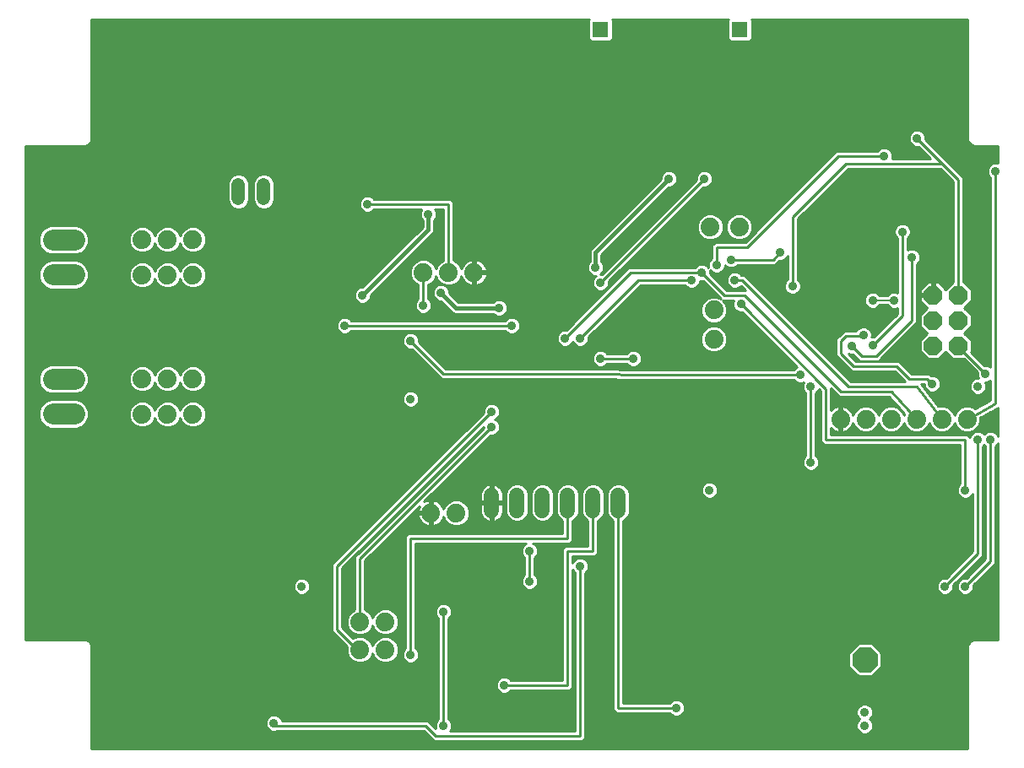
<source format=gbl>
G75*
%MOIN*%
%OFA0B0*%
%FSLAX25Y25*%
%IPPOS*%
%LPD*%
%AMOC8*
5,1,8,0,0,1.08239X$1,22.5*
%
%ADD10OC8,0.07400*%
%ADD11C,0.07400*%
%ADD12C,0.08400*%
%ADD13C,0.05400*%
%ADD14C,0.06000*%
%ADD15OC8,0.10000*%
%ADD16C,0.22000*%
%ADD17C,0.03569*%
%ADD18C,0.01000*%
%ADD19C,0.00800*%
%ADD20R,0.06496X0.06496*%
%ADD21C,0.01600*%
D10*
X0391079Y0224531D03*
X0401079Y0224531D03*
X0401079Y0234531D03*
X0391079Y0234531D03*
X0391079Y0244531D03*
X0401079Y0244531D03*
D11*
X0314527Y0271531D03*
X0303127Y0271531D03*
X0304543Y0238649D03*
X0304543Y0227249D03*
X0354527Y0195631D03*
X0364527Y0195631D03*
X0374527Y0195631D03*
X0384527Y0195631D03*
X0394527Y0195631D03*
X0404527Y0195631D03*
X0209827Y0253531D03*
X0199827Y0253531D03*
X0189827Y0253531D03*
X0098827Y0252531D03*
X0088827Y0252531D03*
X0078827Y0252531D03*
X0078827Y0266531D03*
X0088827Y0266531D03*
X0098827Y0266531D03*
X0098827Y0211531D03*
X0088827Y0211531D03*
X0078827Y0211531D03*
X0078827Y0197531D03*
X0088827Y0197531D03*
X0098827Y0197531D03*
X0192827Y0158531D03*
X0202827Y0158531D03*
X0174827Y0115531D03*
X0164827Y0115531D03*
X0164827Y0104531D03*
X0174827Y0104531D03*
D12*
X0052027Y0197642D02*
X0043627Y0197642D01*
X0043627Y0211421D02*
X0052027Y0211421D01*
X0052027Y0252642D02*
X0043627Y0252642D01*
X0043627Y0266421D02*
X0052027Y0266421D01*
D13*
X0116827Y0282831D02*
X0116827Y0288231D01*
X0126827Y0288231D02*
X0126827Y0282831D01*
D14*
X0216827Y0165531D02*
X0216827Y0159531D01*
X0226827Y0159531D02*
X0226827Y0165531D01*
X0236827Y0165531D02*
X0236827Y0159531D01*
X0246827Y0159531D02*
X0246827Y0165531D01*
X0256827Y0165531D02*
X0256827Y0159531D01*
X0266827Y0159531D02*
X0266827Y0165531D01*
D15*
X0364227Y0100531D03*
D16*
X0392316Y0091741D03*
X0069504Y0091748D03*
X0052504Y0131748D03*
X0069504Y0320134D03*
X0392316Y0320205D03*
D17*
X0384827Y0306531D03*
X0371827Y0299531D03*
X0385783Y0286836D03*
X0362218Y0280044D03*
X0348218Y0276844D03*
X0330827Y0261531D03*
X0311327Y0258631D03*
X0305627Y0256431D03*
X0299827Y0253531D03*
X0295827Y0250531D03*
X0312827Y0250531D03*
X0315227Y0241131D03*
X0335627Y0248131D03*
X0344418Y0241544D03*
X0367236Y0242583D03*
X0375839Y0242563D03*
X0363627Y0228831D03*
X0367327Y0224731D03*
X0358927Y0224531D03*
X0338557Y0213131D03*
X0342827Y0208531D03*
X0312444Y0223195D03*
X0272827Y0219531D03*
X0259827Y0219531D03*
X0251827Y0227531D03*
X0245827Y0227531D03*
X0224827Y0232531D03*
X0219827Y0239531D03*
X0196827Y0245531D03*
X0189827Y0240531D03*
X0184827Y0226531D03*
X0158827Y0232531D03*
X0148285Y0219545D03*
X0177040Y0202573D03*
X0184827Y0203531D03*
X0216827Y0198531D03*
X0216827Y0192531D03*
X0166240Y0184973D03*
X0218260Y0144579D03*
X0231827Y0143531D03*
X0231827Y0131531D03*
X0251827Y0137531D03*
X0197827Y0119531D03*
X0184827Y0102531D03*
X0221827Y0090531D03*
X0197827Y0074531D03*
X0140260Y0093579D03*
X0130827Y0075531D03*
X0141827Y0129531D03*
X0289827Y0081531D03*
X0364127Y0079831D03*
X0364127Y0074531D03*
X0395827Y0129531D03*
X0403827Y0129531D03*
X0347218Y0157044D03*
X0370218Y0164044D03*
X0342827Y0178531D03*
X0304260Y0188579D03*
X0302827Y0167531D03*
X0390827Y0209531D03*
X0408827Y0208531D03*
X0411827Y0213531D03*
X0413827Y0187531D03*
X0408827Y0187531D03*
X0403827Y0167531D03*
X0259827Y0249531D03*
X0257827Y0255531D03*
X0286827Y0290531D03*
X0300827Y0290531D03*
X0309120Y0323941D03*
X0234120Y0350941D03*
X0232920Y0329141D03*
X0156340Y0285173D03*
X0167827Y0280531D03*
X0176540Y0263273D03*
X0191827Y0276531D03*
X0150540Y0248273D03*
X0165827Y0244531D03*
X0089540Y0278273D03*
X0135920Y0341141D03*
X0379027Y0269631D03*
X0382827Y0259531D03*
X0415827Y0293531D03*
D18*
X0058827Y0106128D02*
X0058827Y0065531D01*
X0404827Y0065531D01*
X0404827Y0106128D01*
X0405283Y0107231D01*
X0406127Y0108075D01*
X0407230Y0108531D01*
X0416827Y0108531D01*
X0416827Y0186192D01*
X0416611Y0185671D01*
X0415827Y0184887D01*
X0415827Y0138703D01*
X0414655Y0137531D01*
X0407111Y0129987D01*
X0407111Y0128878D01*
X0406611Y0127671D01*
X0405687Y0126747D01*
X0404480Y0126247D01*
X0403173Y0126247D01*
X0401966Y0126747D01*
X0401043Y0127671D01*
X0400543Y0128878D01*
X0400543Y0130185D01*
X0401043Y0131392D01*
X0401966Y0132316D01*
X0403173Y0132816D01*
X0404283Y0132816D01*
X0411827Y0140360D01*
X0411827Y0184887D01*
X0411327Y0185387D01*
X0410827Y0184887D01*
X0410827Y0141703D01*
X0409655Y0140531D01*
X0399111Y0129987D01*
X0399111Y0128878D01*
X0398611Y0127671D01*
X0397687Y0126747D01*
X0396480Y0126247D01*
X0395173Y0126247D01*
X0393966Y0126747D01*
X0393043Y0127671D01*
X0392543Y0128878D01*
X0392543Y0130185D01*
X0393043Y0131392D01*
X0393966Y0132316D01*
X0395173Y0132816D01*
X0396283Y0132816D01*
X0406827Y0143360D01*
X0406827Y0166192D01*
X0406611Y0165671D01*
X0405687Y0164747D01*
X0404480Y0164247D01*
X0403173Y0164247D01*
X0401966Y0164747D01*
X0401043Y0165671D01*
X0400543Y0166878D01*
X0400543Y0168185D01*
X0401043Y0169392D01*
X0401827Y0170176D01*
X0401827Y0185531D01*
X0347998Y0185531D01*
X0346827Y0186703D01*
X0346827Y0206703D01*
X0345976Y0207553D01*
X0345611Y0206671D01*
X0344827Y0205887D01*
X0344827Y0181176D01*
X0345611Y0180392D01*
X0346111Y0179185D01*
X0346111Y0177878D01*
X0345611Y0176671D01*
X0344687Y0175747D01*
X0343480Y0175247D01*
X0342173Y0175247D01*
X0340966Y0175747D01*
X0340043Y0176671D01*
X0339543Y0177878D01*
X0339543Y0179185D01*
X0340043Y0180392D01*
X0340827Y0181176D01*
X0340827Y0205887D01*
X0340043Y0206671D01*
X0339543Y0207878D01*
X0339543Y0209185D01*
X0339943Y0210150D01*
X0339210Y0209847D01*
X0337904Y0209847D01*
X0336697Y0210347D01*
X0335905Y0211139D01*
X0197824Y0211531D01*
X0196998Y0211531D01*
X0196996Y0211534D01*
X0196993Y0211534D01*
X0196410Y0212120D01*
X0185283Y0223247D01*
X0184173Y0223247D01*
X0182966Y0223747D01*
X0182043Y0224671D01*
X0181543Y0225878D01*
X0181543Y0227185D01*
X0182043Y0228392D01*
X0182966Y0229316D01*
X0184173Y0229816D01*
X0185480Y0229816D01*
X0186687Y0229316D01*
X0187611Y0228392D01*
X0188111Y0227185D01*
X0188111Y0226075D01*
X0198658Y0215529D01*
X0335920Y0215139D01*
X0336697Y0215916D01*
X0337345Y0216184D01*
X0315683Y0237847D01*
X0314573Y0237847D01*
X0313366Y0238347D01*
X0312443Y0239271D01*
X0311943Y0240478D01*
X0311943Y0241785D01*
X0312252Y0242531D01*
X0308015Y0242531D01*
X0308952Y0241594D01*
X0309743Y0239683D01*
X0309743Y0237614D01*
X0308952Y0235703D01*
X0307489Y0234240D01*
X0305578Y0233449D01*
X0303509Y0233449D01*
X0301598Y0234240D01*
X0300135Y0235703D01*
X0299343Y0237614D01*
X0299343Y0239683D01*
X0300135Y0241594D01*
X0301598Y0243057D01*
X0303509Y0243849D01*
X0305578Y0243849D01*
X0307461Y0243068D01*
X0300283Y0250247D01*
X0299173Y0250247D01*
X0299111Y0250273D01*
X0299111Y0249878D01*
X0298611Y0248671D01*
X0297687Y0247747D01*
X0296480Y0247247D01*
X0295173Y0247247D01*
X0293966Y0247747D01*
X0293182Y0248531D01*
X0275655Y0248531D01*
X0255111Y0227987D01*
X0255111Y0226878D01*
X0254611Y0225671D01*
X0253687Y0224747D01*
X0252480Y0224247D01*
X0251173Y0224247D01*
X0249966Y0224747D01*
X0249043Y0225671D01*
X0248827Y0226192D01*
X0248611Y0225671D01*
X0247687Y0224747D01*
X0246480Y0224247D01*
X0245173Y0224247D01*
X0243966Y0224747D01*
X0243043Y0225671D01*
X0242543Y0226878D01*
X0242543Y0228185D01*
X0243043Y0229392D01*
X0243966Y0230316D01*
X0245173Y0230816D01*
X0246283Y0230816D01*
X0269827Y0254360D01*
X0270998Y0255531D01*
X0297182Y0255531D01*
X0297966Y0256316D01*
X0299173Y0256816D01*
X0300480Y0256816D01*
X0301687Y0256316D01*
X0302426Y0255577D01*
X0302343Y0255778D01*
X0302343Y0257085D01*
X0302843Y0258292D01*
X0303664Y0259114D01*
X0303727Y0263546D01*
X0303727Y0264360D01*
X0303738Y0264371D01*
X0303739Y0264388D01*
X0304323Y0264956D01*
X0304898Y0265531D01*
X0304915Y0265531D01*
X0304927Y0265543D01*
X0305741Y0265531D01*
X0316998Y0265531D01*
X0351827Y0300360D01*
X0352998Y0301531D01*
X0369182Y0301531D01*
X0369966Y0302316D01*
X0371173Y0302816D01*
X0372480Y0302816D01*
X0373687Y0302316D01*
X0374611Y0301392D01*
X0375111Y0300185D01*
X0375111Y0298878D01*
X0374967Y0298531D01*
X0389998Y0298531D01*
X0385283Y0303247D01*
X0384173Y0303247D01*
X0382966Y0303747D01*
X0382043Y0304671D01*
X0381543Y0305878D01*
X0381543Y0307185D01*
X0382043Y0308392D01*
X0382966Y0309316D01*
X0384173Y0309816D01*
X0385480Y0309816D01*
X0386687Y0309316D01*
X0387611Y0308392D01*
X0388111Y0307185D01*
X0388111Y0306075D01*
X0395655Y0298531D01*
X0396827Y0297360D01*
X0401907Y0292279D01*
X0403079Y0291108D01*
X0403079Y0249731D01*
X0403233Y0249731D01*
X0406279Y0246685D01*
X0406279Y0242377D01*
X0403433Y0239531D01*
X0406279Y0236685D01*
X0406279Y0232377D01*
X0403433Y0229531D01*
X0406279Y0226685D01*
X0406279Y0222377D01*
X0406044Y0222143D01*
X0411371Y0216816D01*
X0412480Y0216816D01*
X0413687Y0216316D01*
X0413827Y0216176D01*
X0413827Y0290887D01*
X0413043Y0291671D01*
X0412543Y0292878D01*
X0412543Y0294185D01*
X0413043Y0295392D01*
X0413966Y0296316D01*
X0415173Y0296816D01*
X0416480Y0296816D01*
X0416827Y0296672D01*
X0416827Y0303531D01*
X0407230Y0303531D01*
X0406127Y0303988D01*
X0405283Y0304832D01*
X0404827Y0305935D01*
X0404827Y0353531D01*
X0319444Y0353531D01*
X0319575Y0353401D01*
X0319575Y0345662D01*
X0318696Y0344783D01*
X0310957Y0344783D01*
X0310079Y0345662D01*
X0310079Y0353401D01*
X0310209Y0353531D01*
X0264444Y0353531D01*
X0264575Y0353401D01*
X0264575Y0345662D01*
X0263696Y0344783D01*
X0255957Y0344783D01*
X0255079Y0345662D01*
X0255079Y0353401D01*
X0255209Y0353531D01*
X0058827Y0353531D01*
X0058827Y0305935D01*
X0058370Y0304832D01*
X0057526Y0303988D01*
X0056424Y0303531D01*
X0032827Y0303531D01*
X0032827Y0108531D01*
X0056424Y0108531D01*
X0057526Y0108075D01*
X0058370Y0107231D01*
X0058827Y0106128D01*
X0058695Y0106445D02*
X0159085Y0106445D01*
X0159726Y0105804D02*
X0159627Y0105566D01*
X0159627Y0103497D01*
X0160418Y0101586D01*
X0161881Y0100123D01*
X0163792Y0099331D01*
X0165861Y0099331D01*
X0167772Y0100123D01*
X0169235Y0101586D01*
X0169827Y0103014D01*
X0170418Y0101586D01*
X0171881Y0100123D01*
X0173792Y0099331D01*
X0175861Y0099331D01*
X0177772Y0100123D01*
X0179235Y0101586D01*
X0180027Y0103497D01*
X0180027Y0105566D01*
X0179235Y0107477D01*
X0177772Y0108940D01*
X0175861Y0109731D01*
X0173792Y0109731D01*
X0171881Y0108940D01*
X0170418Y0107477D01*
X0169827Y0106048D01*
X0169235Y0107477D01*
X0167772Y0108940D01*
X0165861Y0109731D01*
X0163792Y0109731D01*
X0162140Y0109047D01*
X0157827Y0113360D01*
X0157827Y0136703D01*
X0213543Y0192419D01*
X0213543Y0192075D01*
X0163998Y0142531D01*
X0162827Y0141360D01*
X0162827Y0120331D01*
X0161881Y0119940D01*
X0160418Y0118477D01*
X0159627Y0116566D01*
X0159627Y0114497D01*
X0160418Y0112586D01*
X0161881Y0111123D01*
X0163792Y0110331D01*
X0165861Y0110331D01*
X0167772Y0111123D01*
X0169235Y0112586D01*
X0169827Y0114014D01*
X0170418Y0112586D01*
X0171881Y0111123D01*
X0173792Y0110331D01*
X0175861Y0110331D01*
X0177772Y0111123D01*
X0179235Y0112586D01*
X0180027Y0114497D01*
X0180027Y0116566D01*
X0179235Y0118477D01*
X0177772Y0119940D01*
X0175861Y0120731D01*
X0173792Y0120731D01*
X0171881Y0119940D01*
X0170418Y0118477D01*
X0169827Y0117048D01*
X0169235Y0118477D01*
X0167772Y0119940D01*
X0166827Y0120331D01*
X0166827Y0139703D01*
X0188378Y0161254D01*
X0188008Y0160527D01*
X0187755Y0159749D01*
X0187641Y0159031D01*
X0192327Y0159031D01*
X0192327Y0158031D01*
X0193327Y0158031D01*
X0193327Y0153346D01*
X0194044Y0153459D01*
X0194823Y0153712D01*
X0195552Y0154084D01*
X0196214Y0154565D01*
X0196793Y0155144D01*
X0197274Y0155806D01*
X0197646Y0156535D01*
X0197813Y0157048D01*
X0198418Y0155586D01*
X0199881Y0154123D01*
X0201792Y0153331D01*
X0203861Y0153331D01*
X0205772Y0154123D01*
X0207235Y0155586D01*
X0208027Y0157497D01*
X0208027Y0159566D01*
X0207235Y0161477D01*
X0205772Y0162940D01*
X0203861Y0163731D01*
X0201792Y0163731D01*
X0199881Y0162940D01*
X0198418Y0161477D01*
X0197813Y0160014D01*
X0197646Y0160527D01*
X0197274Y0161257D01*
X0196793Y0161919D01*
X0196214Y0162498D01*
X0195552Y0162979D01*
X0194823Y0163350D01*
X0194044Y0163603D01*
X0193327Y0163717D01*
X0193327Y0159031D01*
X0192327Y0159031D01*
X0192327Y0163717D01*
X0191609Y0163603D01*
X0190831Y0163350D01*
X0190104Y0162980D01*
X0216371Y0189247D01*
X0217480Y0189247D01*
X0218687Y0189747D01*
X0219611Y0190671D01*
X0220111Y0191878D01*
X0220111Y0193185D01*
X0219611Y0194392D01*
X0218687Y0195316D01*
X0218166Y0195531D01*
X0218687Y0195747D01*
X0219611Y0196671D01*
X0220111Y0197878D01*
X0220111Y0199185D01*
X0219611Y0200392D01*
X0218687Y0201316D01*
X0217480Y0201816D01*
X0216173Y0201816D01*
X0214966Y0201316D01*
X0214043Y0200392D01*
X0213543Y0199185D01*
X0213543Y0198075D01*
X0153827Y0138360D01*
X0153827Y0111703D01*
X0154998Y0110531D01*
X0159726Y0105804D01*
X0159627Y0105446D02*
X0058827Y0105446D01*
X0058827Y0104448D02*
X0159627Y0104448D01*
X0159646Y0103449D02*
X0058827Y0103449D01*
X0058827Y0102451D02*
X0160060Y0102451D01*
X0160552Y0101452D02*
X0058827Y0101452D01*
X0058827Y0100454D02*
X0161550Y0100454D01*
X0163493Y0099455D02*
X0058827Y0099455D01*
X0058827Y0098457D02*
X0195827Y0098457D01*
X0195827Y0099455D02*
X0185983Y0099455D01*
X0185480Y0099247D02*
X0186687Y0099747D01*
X0187611Y0100671D01*
X0188111Y0101878D01*
X0188111Y0103185D01*
X0187611Y0104392D01*
X0186827Y0105176D01*
X0186827Y0146531D01*
X0230487Y0146531D01*
X0229966Y0146316D01*
X0229043Y0145392D01*
X0228543Y0144185D01*
X0228543Y0142878D01*
X0229043Y0141671D01*
X0229827Y0140887D01*
X0229827Y0134176D01*
X0229043Y0133392D01*
X0228543Y0132185D01*
X0228543Y0130878D01*
X0229043Y0129671D01*
X0229966Y0128747D01*
X0231173Y0128247D01*
X0232480Y0128247D01*
X0233687Y0128747D01*
X0234611Y0129671D01*
X0235111Y0130878D01*
X0235111Y0132185D01*
X0234611Y0133392D01*
X0233827Y0134176D01*
X0233827Y0140887D01*
X0234611Y0141671D01*
X0235111Y0142878D01*
X0235111Y0144185D01*
X0234611Y0145392D01*
X0233687Y0146316D01*
X0233166Y0146531D01*
X0247655Y0146531D01*
X0248827Y0147703D01*
X0248827Y0155489D01*
X0249376Y0155716D01*
X0250642Y0156982D01*
X0251327Y0158636D01*
X0251327Y0166426D01*
X0250642Y0168080D01*
X0249376Y0169346D01*
X0247722Y0170031D01*
X0245932Y0170031D01*
X0244278Y0169346D01*
X0243012Y0168080D01*
X0242327Y0166426D01*
X0242327Y0158636D01*
X0243012Y0156982D01*
X0244278Y0155716D01*
X0244827Y0155489D01*
X0244827Y0150531D01*
X0183998Y0150531D01*
X0182827Y0149360D01*
X0182827Y0105176D01*
X0182043Y0104392D01*
X0181543Y0103185D01*
X0181543Y0101878D01*
X0182043Y0100671D01*
X0182966Y0099747D01*
X0184173Y0099247D01*
X0185480Y0099247D01*
X0183671Y0099455D02*
X0176161Y0099455D01*
X0178103Y0100454D02*
X0182260Y0100454D01*
X0181719Y0101452D02*
X0179102Y0101452D01*
X0179593Y0102451D02*
X0181543Y0102451D01*
X0181652Y0103449D02*
X0180007Y0103449D01*
X0180027Y0104448D02*
X0182099Y0104448D01*
X0182827Y0105446D02*
X0180027Y0105446D01*
X0179663Y0106445D02*
X0182827Y0106445D01*
X0182827Y0107443D02*
X0179249Y0107443D01*
X0178270Y0108442D02*
X0182827Y0108442D01*
X0182827Y0109441D02*
X0176563Y0109441D01*
X0176121Y0110439D02*
X0182827Y0110439D01*
X0182827Y0111438D02*
X0178087Y0111438D01*
X0179085Y0112436D02*
X0182827Y0112436D01*
X0182827Y0113435D02*
X0179587Y0113435D01*
X0180000Y0114433D02*
X0182827Y0114433D01*
X0182827Y0115432D02*
X0180027Y0115432D01*
X0180027Y0116430D02*
X0182827Y0116430D01*
X0182827Y0117429D02*
X0179669Y0117429D01*
X0179256Y0118427D02*
X0182827Y0118427D01*
X0182827Y0119426D02*
X0178286Y0119426D01*
X0176603Y0120424D02*
X0182827Y0120424D01*
X0182827Y0121423D02*
X0166827Y0121423D01*
X0166827Y0122421D02*
X0182827Y0122421D01*
X0182827Y0123420D02*
X0166827Y0123420D01*
X0166827Y0124418D02*
X0182827Y0124418D01*
X0182827Y0125417D02*
X0166827Y0125417D01*
X0166827Y0126415D02*
X0182827Y0126415D01*
X0182827Y0127414D02*
X0166827Y0127414D01*
X0166827Y0128412D02*
X0182827Y0128412D01*
X0182827Y0129411D02*
X0166827Y0129411D01*
X0166827Y0130409D02*
X0182827Y0130409D01*
X0182827Y0131408D02*
X0166827Y0131408D01*
X0166827Y0132406D02*
X0182827Y0132406D01*
X0182827Y0133405D02*
X0166827Y0133405D01*
X0166827Y0134403D02*
X0182827Y0134403D01*
X0182827Y0135402D02*
X0166827Y0135402D01*
X0166827Y0136400D02*
X0182827Y0136400D01*
X0182827Y0137399D02*
X0166827Y0137399D01*
X0166827Y0138397D02*
X0182827Y0138397D01*
X0182827Y0139396D02*
X0166827Y0139396D01*
X0167518Y0140394D02*
X0182827Y0140394D01*
X0182827Y0141393D02*
X0168517Y0141393D01*
X0169515Y0142391D02*
X0182827Y0142391D01*
X0182827Y0143390D02*
X0170514Y0143390D01*
X0171512Y0144388D02*
X0182827Y0144388D01*
X0182827Y0145387D02*
X0172511Y0145387D01*
X0173509Y0146385D02*
X0182827Y0146385D01*
X0182827Y0147384D02*
X0174508Y0147384D01*
X0175506Y0148382D02*
X0182827Y0148382D01*
X0182848Y0149381D02*
X0176505Y0149381D01*
X0177503Y0150379D02*
X0183847Y0150379D01*
X0184827Y0148531D02*
X0184827Y0102531D01*
X0188111Y0102451D02*
X0195827Y0102451D01*
X0195827Y0103449D02*
X0188001Y0103449D01*
X0187555Y0104448D02*
X0195827Y0104448D01*
X0195827Y0105446D02*
X0186827Y0105446D01*
X0186827Y0106445D02*
X0195827Y0106445D01*
X0195827Y0107443D02*
X0186827Y0107443D01*
X0186827Y0108442D02*
X0195827Y0108442D01*
X0195827Y0109441D02*
X0186827Y0109441D01*
X0186827Y0110439D02*
X0195827Y0110439D01*
X0195827Y0111438D02*
X0186827Y0111438D01*
X0186827Y0112436D02*
X0195827Y0112436D01*
X0195827Y0113435D02*
X0186827Y0113435D01*
X0186827Y0114433D02*
X0195827Y0114433D01*
X0195827Y0115432D02*
X0186827Y0115432D01*
X0186827Y0116430D02*
X0195827Y0116430D01*
X0195827Y0116887D02*
X0195827Y0077176D01*
X0195043Y0076392D01*
X0194543Y0075185D01*
X0194543Y0073878D01*
X0194708Y0073478D01*
X0191655Y0076531D01*
X0133967Y0076531D01*
X0133611Y0077392D01*
X0132687Y0078316D01*
X0131480Y0078816D01*
X0130173Y0078816D01*
X0128966Y0078316D01*
X0128043Y0077392D01*
X0127543Y0076185D01*
X0127543Y0074878D01*
X0128043Y0073671D01*
X0128966Y0072747D01*
X0130173Y0072247D01*
X0131480Y0072247D01*
X0132166Y0072531D01*
X0189998Y0072531D01*
X0192827Y0069703D01*
X0193998Y0068531D01*
X0252655Y0068531D01*
X0253827Y0069703D01*
X0253827Y0071360D01*
X0253827Y0134887D01*
X0254611Y0135671D01*
X0255111Y0136878D01*
X0255111Y0138185D01*
X0254611Y0139392D01*
X0253687Y0140316D01*
X0252480Y0140816D01*
X0251173Y0140816D01*
X0249966Y0140316D01*
X0249043Y0139392D01*
X0248827Y0138871D01*
X0248827Y0141531D01*
X0257655Y0141531D01*
X0258827Y0142703D01*
X0258827Y0155489D01*
X0259376Y0155716D01*
X0260642Y0156982D01*
X0261327Y0158636D01*
X0261327Y0166426D01*
X0260642Y0168080D01*
X0259376Y0169346D01*
X0257722Y0170031D01*
X0255932Y0170031D01*
X0254278Y0169346D01*
X0253012Y0168080D01*
X0252327Y0166426D01*
X0252327Y0158636D01*
X0253012Y0156982D01*
X0254278Y0155716D01*
X0254827Y0155489D01*
X0254827Y0145531D01*
X0245998Y0145531D01*
X0244827Y0144360D01*
X0244827Y0092531D01*
X0224471Y0092531D01*
X0223687Y0093316D01*
X0222480Y0093816D01*
X0221173Y0093816D01*
X0219966Y0093316D01*
X0219043Y0092392D01*
X0218543Y0091185D01*
X0218543Y0089878D01*
X0219043Y0088671D01*
X0219966Y0087747D01*
X0221173Y0087247D01*
X0222480Y0087247D01*
X0223687Y0087747D01*
X0224471Y0088531D01*
X0247655Y0088531D01*
X0248827Y0089703D01*
X0248827Y0136192D01*
X0249043Y0135671D01*
X0249827Y0134887D01*
X0249827Y0072531D01*
X0200471Y0072531D01*
X0200611Y0072671D01*
X0201111Y0073878D01*
X0201111Y0075185D01*
X0200611Y0076392D01*
X0199827Y0077176D01*
X0199827Y0116887D01*
X0200611Y0117671D01*
X0201111Y0118878D01*
X0201111Y0120185D01*
X0200611Y0121392D01*
X0199687Y0122316D01*
X0198480Y0122816D01*
X0197173Y0122816D01*
X0195966Y0122316D01*
X0195043Y0121392D01*
X0194543Y0120185D01*
X0194543Y0118878D01*
X0195043Y0117671D01*
X0195827Y0116887D01*
X0195285Y0117429D02*
X0186827Y0117429D01*
X0186827Y0118427D02*
X0194729Y0118427D01*
X0194543Y0119426D02*
X0186827Y0119426D01*
X0186827Y0120424D02*
X0194642Y0120424D01*
X0195073Y0121423D02*
X0186827Y0121423D01*
X0186827Y0122421D02*
X0196221Y0122421D01*
X0199432Y0122421D02*
X0244827Y0122421D01*
X0244827Y0121423D02*
X0200580Y0121423D01*
X0201012Y0120424D02*
X0244827Y0120424D01*
X0244827Y0119426D02*
X0201111Y0119426D01*
X0200924Y0118427D02*
X0244827Y0118427D01*
X0244827Y0117429D02*
X0200369Y0117429D01*
X0199827Y0116430D02*
X0244827Y0116430D01*
X0244827Y0115432D02*
X0199827Y0115432D01*
X0199827Y0114433D02*
X0244827Y0114433D01*
X0244827Y0113435D02*
X0199827Y0113435D01*
X0199827Y0112436D02*
X0244827Y0112436D01*
X0244827Y0111438D02*
X0199827Y0111438D01*
X0199827Y0110439D02*
X0244827Y0110439D01*
X0244827Y0109441D02*
X0199827Y0109441D01*
X0199827Y0108442D02*
X0244827Y0108442D01*
X0244827Y0107443D02*
X0199827Y0107443D01*
X0199827Y0106445D02*
X0244827Y0106445D01*
X0244827Y0105446D02*
X0199827Y0105446D01*
X0199827Y0104448D02*
X0244827Y0104448D01*
X0244827Y0103449D02*
X0199827Y0103449D01*
X0199827Y0102451D02*
X0244827Y0102451D01*
X0244827Y0101452D02*
X0199827Y0101452D01*
X0199827Y0100454D02*
X0244827Y0100454D01*
X0244827Y0099455D02*
X0199827Y0099455D01*
X0199827Y0098457D02*
X0244827Y0098457D01*
X0244827Y0097458D02*
X0199827Y0097458D01*
X0199827Y0096460D02*
X0244827Y0096460D01*
X0244827Y0095461D02*
X0199827Y0095461D01*
X0199827Y0094463D02*
X0244827Y0094463D01*
X0244827Y0093464D02*
X0223328Y0093464D01*
X0220326Y0093464D02*
X0199827Y0093464D01*
X0199827Y0092466D02*
X0219117Y0092466D01*
X0218660Y0091467D02*
X0199827Y0091467D01*
X0199827Y0090469D02*
X0218543Y0090469D01*
X0218711Y0089470D02*
X0199827Y0089470D01*
X0199827Y0088472D02*
X0219242Y0088472D01*
X0220627Y0087473D02*
X0199827Y0087473D01*
X0199827Y0086475D02*
X0249827Y0086475D01*
X0249827Y0087473D02*
X0223026Y0087473D01*
X0224412Y0088472D02*
X0249827Y0088472D01*
X0249827Y0089470D02*
X0248594Y0089470D01*
X0248827Y0090469D02*
X0249827Y0090469D01*
X0249827Y0091467D02*
X0248827Y0091467D01*
X0248827Y0092466D02*
X0249827Y0092466D01*
X0249827Y0093464D02*
X0248827Y0093464D01*
X0248827Y0094463D02*
X0249827Y0094463D01*
X0249827Y0095461D02*
X0248827Y0095461D01*
X0248827Y0096460D02*
X0249827Y0096460D01*
X0249827Y0097458D02*
X0248827Y0097458D01*
X0248827Y0098457D02*
X0249827Y0098457D01*
X0249827Y0099455D02*
X0248827Y0099455D01*
X0248827Y0100454D02*
X0249827Y0100454D01*
X0249827Y0101452D02*
X0248827Y0101452D01*
X0248827Y0102451D02*
X0249827Y0102451D01*
X0249827Y0103449D02*
X0248827Y0103449D01*
X0248827Y0104448D02*
X0249827Y0104448D01*
X0249827Y0105446D02*
X0248827Y0105446D01*
X0248827Y0106445D02*
X0249827Y0106445D01*
X0249827Y0107443D02*
X0248827Y0107443D01*
X0248827Y0108442D02*
X0249827Y0108442D01*
X0249827Y0109441D02*
X0248827Y0109441D01*
X0248827Y0110439D02*
X0249827Y0110439D01*
X0249827Y0111438D02*
X0248827Y0111438D01*
X0248827Y0112436D02*
X0249827Y0112436D01*
X0249827Y0113435D02*
X0248827Y0113435D01*
X0248827Y0114433D02*
X0249827Y0114433D01*
X0249827Y0115432D02*
X0248827Y0115432D01*
X0248827Y0116430D02*
X0249827Y0116430D01*
X0249827Y0117429D02*
X0248827Y0117429D01*
X0248827Y0118427D02*
X0249827Y0118427D01*
X0249827Y0119426D02*
X0248827Y0119426D01*
X0248827Y0120424D02*
X0249827Y0120424D01*
X0249827Y0121423D02*
X0248827Y0121423D01*
X0248827Y0122421D02*
X0249827Y0122421D01*
X0249827Y0123420D02*
X0248827Y0123420D01*
X0248827Y0124418D02*
X0249827Y0124418D01*
X0249827Y0125417D02*
X0248827Y0125417D01*
X0248827Y0126415D02*
X0249827Y0126415D01*
X0249827Y0127414D02*
X0248827Y0127414D01*
X0248827Y0128412D02*
X0249827Y0128412D01*
X0249827Y0129411D02*
X0248827Y0129411D01*
X0248827Y0130409D02*
X0249827Y0130409D01*
X0249827Y0131408D02*
X0248827Y0131408D01*
X0248827Y0132406D02*
X0249827Y0132406D01*
X0249827Y0133405D02*
X0248827Y0133405D01*
X0248827Y0134403D02*
X0249827Y0134403D01*
X0249312Y0135402D02*
X0248827Y0135402D01*
X0251827Y0137531D02*
X0251827Y0070531D01*
X0194827Y0070531D01*
X0190827Y0074531D01*
X0130827Y0074531D01*
X0130827Y0075531D01*
X0132080Y0072496D02*
X0190034Y0072496D01*
X0191033Y0071497D02*
X0058827Y0071497D01*
X0058827Y0070499D02*
X0192031Y0070499D01*
X0193030Y0069500D02*
X0058827Y0069500D01*
X0058827Y0068502D02*
X0404827Y0068502D01*
X0404827Y0069500D02*
X0253624Y0069500D01*
X0253827Y0070499D02*
X0404827Y0070499D01*
X0404827Y0071497D02*
X0365384Y0071497D01*
X0365987Y0071747D02*
X0366911Y0072671D01*
X0367411Y0073878D01*
X0367411Y0075185D01*
X0366911Y0076392D01*
X0366121Y0077181D01*
X0366911Y0077971D01*
X0367411Y0079178D01*
X0367411Y0080485D01*
X0366911Y0081692D01*
X0365987Y0082616D01*
X0364780Y0083116D01*
X0363473Y0083116D01*
X0362266Y0082616D01*
X0361343Y0081692D01*
X0360843Y0080485D01*
X0360843Y0079178D01*
X0361343Y0077971D01*
X0362132Y0077181D01*
X0361343Y0076392D01*
X0360843Y0075185D01*
X0360843Y0073878D01*
X0361343Y0072671D01*
X0362266Y0071747D01*
X0363473Y0071247D01*
X0364780Y0071247D01*
X0365987Y0071747D01*
X0366736Y0072496D02*
X0404827Y0072496D01*
X0404827Y0073494D02*
X0367252Y0073494D01*
X0367411Y0074493D02*
X0404827Y0074493D01*
X0404827Y0075491D02*
X0367284Y0075491D01*
X0366813Y0076490D02*
X0404827Y0076490D01*
X0404827Y0077488D02*
X0366428Y0077488D01*
X0367125Y0078487D02*
X0404827Y0078487D01*
X0404827Y0079485D02*
X0367411Y0079485D01*
X0367411Y0080484D02*
X0404827Y0080484D01*
X0404827Y0081482D02*
X0366998Y0081482D01*
X0366122Y0082481D02*
X0404827Y0082481D01*
X0404827Y0083479D02*
X0292523Y0083479D01*
X0292611Y0083392D02*
X0291687Y0084316D01*
X0290480Y0084816D01*
X0289173Y0084816D01*
X0287966Y0084316D01*
X0287182Y0083531D01*
X0268827Y0083531D01*
X0268827Y0155489D01*
X0269376Y0155716D01*
X0270642Y0156982D01*
X0271327Y0158636D01*
X0271327Y0166426D01*
X0270642Y0168080D01*
X0269376Y0169346D01*
X0267722Y0170031D01*
X0265932Y0170031D01*
X0264278Y0169346D01*
X0263012Y0168080D01*
X0262327Y0166426D01*
X0262327Y0158636D01*
X0263012Y0156982D01*
X0264278Y0155716D01*
X0264827Y0155489D01*
X0264827Y0080703D01*
X0265998Y0079531D01*
X0287182Y0079531D01*
X0287966Y0078747D01*
X0289173Y0078247D01*
X0290480Y0078247D01*
X0291687Y0078747D01*
X0292611Y0079671D01*
X0293111Y0080878D01*
X0293111Y0082185D01*
X0292611Y0083392D01*
X0292988Y0082481D02*
X0362132Y0082481D01*
X0361256Y0081482D02*
X0293111Y0081482D01*
X0292948Y0080484D02*
X0360843Y0080484D01*
X0360843Y0079485D02*
X0292425Y0079485D01*
X0291058Y0078487D02*
X0361129Y0078487D01*
X0361825Y0077488D02*
X0253827Y0077488D01*
X0253827Y0076490D02*
X0361440Y0076490D01*
X0360970Y0075491D02*
X0253827Y0075491D01*
X0253827Y0074493D02*
X0360843Y0074493D01*
X0361002Y0073494D02*
X0253827Y0073494D01*
X0253827Y0072496D02*
X0361518Y0072496D01*
X0362870Y0071497D02*
X0253827Y0071497D01*
X0249827Y0073494D02*
X0200952Y0073494D01*
X0201111Y0074493D02*
X0249827Y0074493D01*
X0249827Y0075491D02*
X0200984Y0075491D01*
X0200513Y0076490D02*
X0249827Y0076490D01*
X0249827Y0077488D02*
X0199827Y0077488D01*
X0199827Y0078487D02*
X0249827Y0078487D01*
X0249827Y0079485D02*
X0199827Y0079485D01*
X0199827Y0080484D02*
X0249827Y0080484D01*
X0249827Y0081482D02*
X0199827Y0081482D01*
X0199827Y0082481D02*
X0249827Y0082481D01*
X0249827Y0083479D02*
X0199827Y0083479D01*
X0199827Y0084478D02*
X0249827Y0084478D01*
X0249827Y0085476D02*
X0199827Y0085476D01*
X0195827Y0085476D02*
X0058827Y0085476D01*
X0058827Y0084478D02*
X0195827Y0084478D01*
X0195827Y0083479D02*
X0058827Y0083479D01*
X0058827Y0082481D02*
X0195827Y0082481D01*
X0195827Y0081482D02*
X0058827Y0081482D01*
X0058827Y0080484D02*
X0195827Y0080484D01*
X0195827Y0079485D02*
X0058827Y0079485D01*
X0058827Y0078487D02*
X0129379Y0078487D01*
X0128139Y0077488D02*
X0058827Y0077488D01*
X0058827Y0076490D02*
X0127669Y0076490D01*
X0127543Y0075491D02*
X0058827Y0075491D01*
X0058827Y0074493D02*
X0127702Y0074493D01*
X0128219Y0073494D02*
X0058827Y0073494D01*
X0058827Y0072496D02*
X0129573Y0072496D01*
X0133515Y0077488D02*
X0195827Y0077488D01*
X0195827Y0078487D02*
X0132274Y0078487D01*
X0166161Y0099455D02*
X0173493Y0099455D01*
X0171550Y0100454D02*
X0168103Y0100454D01*
X0169102Y0101452D02*
X0170552Y0101452D01*
X0170060Y0102451D02*
X0169593Y0102451D01*
X0169663Y0106445D02*
X0169991Y0106445D01*
X0170405Y0107443D02*
X0169249Y0107443D01*
X0168270Y0108442D02*
X0171384Y0108442D01*
X0173090Y0109441D02*
X0166563Y0109441D01*
X0166121Y0110439D02*
X0173532Y0110439D01*
X0171567Y0111438D02*
X0168087Y0111438D01*
X0169085Y0112436D02*
X0170568Y0112436D01*
X0170067Y0113435D02*
X0169587Y0113435D01*
X0169669Y0117429D02*
X0169984Y0117429D01*
X0170398Y0118427D02*
X0169256Y0118427D01*
X0168286Y0119426D02*
X0171367Y0119426D01*
X0173051Y0120424D02*
X0166827Y0120424D01*
X0162827Y0120424D02*
X0157827Y0120424D01*
X0157827Y0119426D02*
X0161367Y0119426D01*
X0160398Y0118427D02*
X0157827Y0118427D01*
X0157827Y0117429D02*
X0159984Y0117429D01*
X0159627Y0116430D02*
X0157827Y0116430D01*
X0157827Y0115432D02*
X0159627Y0115432D01*
X0159653Y0114433D02*
X0157827Y0114433D01*
X0157827Y0113435D02*
X0160067Y0113435D01*
X0160568Y0112436D02*
X0158750Y0112436D01*
X0159749Y0111438D02*
X0161567Y0111438D01*
X0160747Y0110439D02*
X0163532Y0110439D01*
X0163090Y0109441D02*
X0161746Y0109441D01*
X0158086Y0107443D02*
X0058157Y0107443D01*
X0056639Y0108442D02*
X0157088Y0108442D01*
X0156089Y0109441D02*
X0032827Y0109441D01*
X0032827Y0110439D02*
X0155091Y0110439D01*
X0154092Y0111438D02*
X0032827Y0111438D01*
X0032827Y0112436D02*
X0153827Y0112436D01*
X0153827Y0113435D02*
X0032827Y0113435D01*
X0032827Y0114433D02*
X0153827Y0114433D01*
X0153827Y0115432D02*
X0032827Y0115432D01*
X0032827Y0116430D02*
X0153827Y0116430D01*
X0153827Y0117429D02*
X0032827Y0117429D01*
X0032827Y0118427D02*
X0153827Y0118427D01*
X0153827Y0119426D02*
X0032827Y0119426D01*
X0032827Y0120424D02*
X0153827Y0120424D01*
X0153827Y0121423D02*
X0032827Y0121423D01*
X0032827Y0122421D02*
X0153827Y0122421D01*
X0153827Y0123420D02*
X0032827Y0123420D01*
X0032827Y0124418D02*
X0153827Y0124418D01*
X0153827Y0125417D02*
X0032827Y0125417D01*
X0032827Y0126415D02*
X0140768Y0126415D01*
X0141173Y0126247D02*
X0142480Y0126247D01*
X0143687Y0126747D01*
X0144611Y0127671D01*
X0145111Y0128878D01*
X0145111Y0130185D01*
X0144611Y0131392D01*
X0143687Y0132316D01*
X0142480Y0132816D01*
X0141173Y0132816D01*
X0139966Y0132316D01*
X0139043Y0131392D01*
X0138543Y0130185D01*
X0138543Y0128878D01*
X0139043Y0127671D01*
X0139966Y0126747D01*
X0141173Y0126247D01*
X0142886Y0126415D02*
X0153827Y0126415D01*
X0153827Y0127414D02*
X0144354Y0127414D01*
X0144918Y0128412D02*
X0153827Y0128412D01*
X0153827Y0129411D02*
X0145111Y0129411D01*
X0145018Y0130409D02*
X0153827Y0130409D01*
X0153827Y0131408D02*
X0144595Y0131408D01*
X0143468Y0132406D02*
X0153827Y0132406D01*
X0153827Y0133405D02*
X0032827Y0133405D01*
X0032827Y0134403D02*
X0153827Y0134403D01*
X0153827Y0135402D02*
X0032827Y0135402D01*
X0032827Y0136400D02*
X0153827Y0136400D01*
X0153827Y0137399D02*
X0032827Y0137399D01*
X0032827Y0138397D02*
X0153864Y0138397D01*
X0154863Y0139396D02*
X0032827Y0139396D01*
X0032827Y0140394D02*
X0155861Y0140394D01*
X0156860Y0141393D02*
X0032827Y0141393D01*
X0032827Y0142391D02*
X0157858Y0142391D01*
X0158857Y0143390D02*
X0032827Y0143390D01*
X0032827Y0144388D02*
X0159855Y0144388D01*
X0160854Y0145387D02*
X0032827Y0145387D01*
X0032827Y0146385D02*
X0161852Y0146385D01*
X0162851Y0147384D02*
X0032827Y0147384D01*
X0032827Y0148382D02*
X0163849Y0148382D01*
X0164848Y0149381D02*
X0032827Y0149381D01*
X0032827Y0150379D02*
X0165847Y0150379D01*
X0166845Y0151378D02*
X0032827Y0151378D01*
X0032827Y0152377D02*
X0167844Y0152377D01*
X0168842Y0153375D02*
X0032827Y0153375D01*
X0032827Y0154374D02*
X0169841Y0154374D01*
X0170839Y0155372D02*
X0032827Y0155372D01*
X0032827Y0156371D02*
X0171838Y0156371D01*
X0172836Y0157369D02*
X0032827Y0157369D01*
X0032827Y0158368D02*
X0173835Y0158368D01*
X0174833Y0159366D02*
X0032827Y0159366D01*
X0032827Y0160365D02*
X0175832Y0160365D01*
X0176830Y0161363D02*
X0032827Y0161363D01*
X0032827Y0162362D02*
X0177829Y0162362D01*
X0178827Y0163360D02*
X0032827Y0163360D01*
X0032827Y0164359D02*
X0179826Y0164359D01*
X0180824Y0165357D02*
X0032827Y0165357D01*
X0032827Y0166356D02*
X0181823Y0166356D01*
X0182821Y0167354D02*
X0032827Y0167354D01*
X0032827Y0168353D02*
X0183820Y0168353D01*
X0184818Y0169351D02*
X0032827Y0169351D01*
X0032827Y0170350D02*
X0185817Y0170350D01*
X0186815Y0171348D02*
X0032827Y0171348D01*
X0032827Y0172347D02*
X0187814Y0172347D01*
X0188812Y0173345D02*
X0032827Y0173345D01*
X0032827Y0174344D02*
X0189811Y0174344D01*
X0190809Y0175342D02*
X0032827Y0175342D01*
X0032827Y0176341D02*
X0191808Y0176341D01*
X0192806Y0177339D02*
X0032827Y0177339D01*
X0032827Y0178338D02*
X0193805Y0178338D01*
X0194803Y0179336D02*
X0032827Y0179336D01*
X0032827Y0180335D02*
X0195802Y0180335D01*
X0196800Y0181333D02*
X0032827Y0181333D01*
X0032827Y0182332D02*
X0197799Y0182332D01*
X0198797Y0183330D02*
X0032827Y0183330D01*
X0032827Y0184329D02*
X0199796Y0184329D01*
X0200794Y0185327D02*
X0032827Y0185327D01*
X0032827Y0186326D02*
X0201793Y0186326D01*
X0202791Y0187324D02*
X0032827Y0187324D01*
X0032827Y0188323D02*
X0203790Y0188323D01*
X0204788Y0189321D02*
X0032827Y0189321D01*
X0032827Y0190320D02*
X0205787Y0190320D01*
X0206785Y0191318D02*
X0032827Y0191318D01*
X0032827Y0192317D02*
X0041587Y0192317D01*
X0042493Y0191942D02*
X0040398Y0192809D01*
X0038795Y0194413D01*
X0037927Y0196508D01*
X0037927Y0198775D01*
X0038795Y0200870D01*
X0040398Y0202474D01*
X0042493Y0203342D01*
X0053161Y0203342D01*
X0055256Y0202474D01*
X0056859Y0200870D01*
X0057727Y0198775D01*
X0057727Y0196508D01*
X0056859Y0194413D01*
X0055256Y0192809D01*
X0053161Y0191942D01*
X0042493Y0191942D01*
X0039892Y0193315D02*
X0032827Y0193315D01*
X0032827Y0194314D02*
X0038893Y0194314D01*
X0038422Y0195312D02*
X0032827Y0195312D01*
X0032827Y0196311D02*
X0038008Y0196311D01*
X0037927Y0197310D02*
X0032827Y0197310D01*
X0032827Y0198308D02*
X0037927Y0198308D01*
X0038147Y0199307D02*
X0032827Y0199307D01*
X0032827Y0200305D02*
X0038560Y0200305D01*
X0039228Y0201304D02*
X0032827Y0201304D01*
X0032827Y0202302D02*
X0040226Y0202302D01*
X0042394Y0203301D02*
X0032827Y0203301D01*
X0032827Y0204299D02*
X0181590Y0204299D01*
X0181543Y0204185D02*
X0181543Y0202878D01*
X0182043Y0201671D01*
X0182966Y0200747D01*
X0184173Y0200247D01*
X0185480Y0200247D01*
X0186687Y0200747D01*
X0187611Y0201671D01*
X0188111Y0202878D01*
X0188111Y0204185D01*
X0187611Y0205392D01*
X0186687Y0206316D01*
X0185480Y0206816D01*
X0184173Y0206816D01*
X0182966Y0206316D01*
X0182043Y0205392D01*
X0181543Y0204185D01*
X0181543Y0203301D02*
X0053259Y0203301D01*
X0055427Y0202302D02*
X0076756Y0202302D01*
X0075881Y0201940D02*
X0074418Y0200477D01*
X0073627Y0198566D01*
X0073627Y0196497D01*
X0074418Y0194586D01*
X0075881Y0193123D01*
X0077792Y0192331D01*
X0079861Y0192331D01*
X0081772Y0193123D01*
X0083235Y0194586D01*
X0083827Y0196014D01*
X0084418Y0194586D01*
X0085881Y0193123D01*
X0087792Y0192331D01*
X0089861Y0192331D01*
X0091772Y0193123D01*
X0093235Y0194586D01*
X0093827Y0196014D01*
X0094418Y0194586D01*
X0095881Y0193123D01*
X0097792Y0192331D01*
X0099861Y0192331D01*
X0101772Y0193123D01*
X0103235Y0194586D01*
X0104027Y0196497D01*
X0104027Y0198566D01*
X0103235Y0200477D01*
X0101772Y0201940D01*
X0099861Y0202731D01*
X0097792Y0202731D01*
X0095881Y0201940D01*
X0094418Y0200477D01*
X0093827Y0199048D01*
X0093235Y0200477D01*
X0091772Y0201940D01*
X0089861Y0202731D01*
X0087792Y0202731D01*
X0085881Y0201940D01*
X0084418Y0200477D01*
X0083827Y0199048D01*
X0083235Y0200477D01*
X0081772Y0201940D01*
X0079861Y0202731D01*
X0077792Y0202731D01*
X0075881Y0201940D01*
X0075245Y0201304D02*
X0056426Y0201304D01*
X0057093Y0200305D02*
X0074347Y0200305D01*
X0073934Y0199307D02*
X0057507Y0199307D01*
X0057727Y0198308D02*
X0073627Y0198308D01*
X0073627Y0197310D02*
X0057727Y0197310D01*
X0057645Y0196311D02*
X0073704Y0196311D01*
X0074117Y0195312D02*
X0057232Y0195312D01*
X0056760Y0194314D02*
X0074690Y0194314D01*
X0075689Y0193315D02*
X0055762Y0193315D01*
X0054067Y0192317D02*
X0207784Y0192317D01*
X0208782Y0193315D02*
X0101965Y0193315D01*
X0102963Y0194314D02*
X0209781Y0194314D01*
X0210780Y0195312D02*
X0103536Y0195312D01*
X0103950Y0196311D02*
X0211778Y0196311D01*
X0212777Y0197310D02*
X0104027Y0197310D01*
X0104027Y0198308D02*
X0213543Y0198308D01*
X0213593Y0199307D02*
X0103720Y0199307D01*
X0103306Y0200305D02*
X0184034Y0200305D01*
X0185620Y0200305D02*
X0214007Y0200305D01*
X0214954Y0201304D02*
X0187244Y0201304D01*
X0187872Y0202302D02*
X0340827Y0202302D01*
X0340827Y0201304D02*
X0218699Y0201304D01*
X0219647Y0200305D02*
X0340827Y0200305D01*
X0340827Y0199307D02*
X0220061Y0199307D01*
X0220111Y0198308D02*
X0340827Y0198308D01*
X0340827Y0197310D02*
X0219876Y0197310D01*
X0219251Y0196311D02*
X0340827Y0196311D01*
X0340827Y0195312D02*
X0218690Y0195312D01*
X0219643Y0194314D02*
X0340827Y0194314D01*
X0340827Y0193315D02*
X0220057Y0193315D01*
X0220111Y0192317D02*
X0340827Y0192317D01*
X0340827Y0191318D02*
X0219879Y0191318D01*
X0219260Y0190320D02*
X0340827Y0190320D01*
X0340827Y0189321D02*
X0217660Y0189321D01*
X0215447Y0188323D02*
X0340827Y0188323D01*
X0340827Y0187324D02*
X0214448Y0187324D01*
X0213450Y0186326D02*
X0340827Y0186326D01*
X0340827Y0185327D02*
X0212451Y0185327D01*
X0211453Y0184329D02*
X0340827Y0184329D01*
X0340827Y0183330D02*
X0210454Y0183330D01*
X0209456Y0182332D02*
X0340827Y0182332D01*
X0340827Y0181333D02*
X0208457Y0181333D01*
X0207459Y0180335D02*
X0340019Y0180335D01*
X0339605Y0179336D02*
X0206460Y0179336D01*
X0205462Y0178338D02*
X0339543Y0178338D01*
X0339766Y0177339D02*
X0204463Y0177339D01*
X0203465Y0176341D02*
X0340373Y0176341D01*
X0341944Y0175342D02*
X0202466Y0175342D01*
X0201468Y0174344D02*
X0401827Y0174344D01*
X0401827Y0175342D02*
X0343710Y0175342D01*
X0345281Y0176341D02*
X0401827Y0176341D01*
X0401827Y0177339D02*
X0345888Y0177339D01*
X0346111Y0178338D02*
X0401827Y0178338D01*
X0401827Y0179336D02*
X0346048Y0179336D01*
X0345635Y0180335D02*
X0401827Y0180335D01*
X0401827Y0181333D02*
X0344827Y0181333D01*
X0344827Y0182332D02*
X0401827Y0182332D01*
X0401827Y0183330D02*
X0344827Y0183330D01*
X0344827Y0184329D02*
X0401827Y0184329D01*
X0401827Y0185327D02*
X0344827Y0185327D01*
X0344827Y0186326D02*
X0347204Y0186326D01*
X0346827Y0187324D02*
X0344827Y0187324D01*
X0344827Y0188323D02*
X0346827Y0188323D01*
X0346827Y0189321D02*
X0344827Y0189321D01*
X0344827Y0190320D02*
X0346827Y0190320D01*
X0346827Y0191318D02*
X0344827Y0191318D01*
X0344827Y0192317D02*
X0346827Y0192317D01*
X0346827Y0193315D02*
X0344827Y0193315D01*
X0344827Y0194314D02*
X0346827Y0194314D01*
X0346827Y0195312D02*
X0344827Y0195312D01*
X0344827Y0196311D02*
X0346827Y0196311D01*
X0346827Y0197310D02*
X0344827Y0197310D01*
X0344827Y0198308D02*
X0346827Y0198308D01*
X0346827Y0199307D02*
X0344827Y0199307D01*
X0344827Y0200305D02*
X0346827Y0200305D01*
X0346827Y0201304D02*
X0344827Y0201304D01*
X0344827Y0202302D02*
X0346827Y0202302D01*
X0346827Y0203301D02*
X0344827Y0203301D01*
X0344827Y0204299D02*
X0346827Y0204299D01*
X0346827Y0205298D02*
X0344827Y0205298D01*
X0345236Y0206296D02*
X0346827Y0206296D01*
X0346235Y0207295D02*
X0345869Y0207295D01*
X0348827Y0207531D02*
X0315227Y0241131D01*
X0311943Y0241244D02*
X0309097Y0241244D01*
X0309510Y0240245D02*
X0312039Y0240245D01*
X0312466Y0239247D02*
X0309743Y0239247D01*
X0309743Y0238248D02*
X0313604Y0238248D01*
X0316280Y0237250D02*
X0309592Y0237250D01*
X0309179Y0236251D02*
X0317278Y0236251D01*
X0318277Y0235253D02*
X0308502Y0235253D01*
X0307503Y0234254D02*
X0319275Y0234254D01*
X0320274Y0233256D02*
X0260380Y0233256D01*
X0261378Y0234254D02*
X0301584Y0234254D01*
X0300585Y0235253D02*
X0262377Y0235253D01*
X0263375Y0236251D02*
X0299908Y0236251D01*
X0299494Y0237250D02*
X0264374Y0237250D01*
X0265372Y0238248D02*
X0299343Y0238248D01*
X0299343Y0239247D02*
X0266371Y0239247D01*
X0267369Y0240245D02*
X0299576Y0240245D01*
X0299990Y0241244D02*
X0268368Y0241244D01*
X0269366Y0242243D02*
X0300783Y0242243D01*
X0302042Y0243241D02*
X0270365Y0243241D01*
X0271363Y0244240D02*
X0306290Y0244240D01*
X0307045Y0243241D02*
X0307289Y0243241D01*
X0308303Y0242243D02*
X0312132Y0242243D01*
X0308827Y0244531D02*
X0299827Y0253531D01*
X0271827Y0253531D01*
X0245827Y0227531D01*
X0242796Y0226266D02*
X0188111Y0226266D01*
X0188078Y0227265D02*
X0242543Y0227265D01*
X0242575Y0228263D02*
X0187664Y0228263D01*
X0186741Y0229262D02*
X0224138Y0229262D01*
X0224173Y0229247D02*
X0225480Y0229247D01*
X0226687Y0229747D01*
X0227611Y0230671D01*
X0228111Y0231878D01*
X0228111Y0233185D01*
X0227611Y0234392D01*
X0226687Y0235316D01*
X0225480Y0235816D01*
X0224173Y0235816D01*
X0222966Y0235316D01*
X0222182Y0234531D01*
X0161471Y0234531D01*
X0160687Y0235316D01*
X0159480Y0235816D01*
X0158173Y0235816D01*
X0156966Y0235316D01*
X0156043Y0234392D01*
X0155543Y0233185D01*
X0155543Y0231878D01*
X0156043Y0230671D01*
X0156966Y0229747D01*
X0158173Y0229247D01*
X0159480Y0229247D01*
X0160687Y0229747D01*
X0161471Y0230531D01*
X0222182Y0230531D01*
X0222966Y0229747D01*
X0224173Y0229247D01*
X0225516Y0229262D02*
X0242989Y0229262D01*
X0243911Y0230260D02*
X0227200Y0230260D01*
X0227855Y0231259D02*
X0246726Y0231259D01*
X0247724Y0232257D02*
X0228111Y0232257D01*
X0228081Y0233256D02*
X0248723Y0233256D01*
X0249721Y0234254D02*
X0227668Y0234254D01*
X0226750Y0235253D02*
X0250720Y0235253D01*
X0251718Y0236251D02*
X0220491Y0236251D01*
X0220480Y0236247D02*
X0221687Y0236747D01*
X0222611Y0237671D01*
X0223111Y0238878D01*
X0223111Y0240185D01*
X0222611Y0241392D01*
X0221687Y0242316D01*
X0220480Y0242816D01*
X0219173Y0242816D01*
X0217966Y0242316D01*
X0217482Y0241831D01*
X0203779Y0241831D01*
X0200111Y0245500D01*
X0200111Y0246185D01*
X0199611Y0247392D01*
X0198687Y0248316D01*
X0197480Y0248816D01*
X0196173Y0248816D01*
X0194966Y0248316D01*
X0194043Y0247392D01*
X0193543Y0246185D01*
X0193543Y0244878D01*
X0194043Y0243671D01*
X0194966Y0242747D01*
X0196173Y0242247D01*
X0196858Y0242247D01*
X0201874Y0237231D01*
X0217482Y0237231D01*
X0217966Y0236747D01*
X0219173Y0236247D01*
X0220480Y0236247D01*
X0219163Y0236251D02*
X0032827Y0236251D01*
X0032827Y0235253D02*
X0156904Y0235253D01*
X0155986Y0234254D02*
X0032827Y0234254D01*
X0032827Y0233256D02*
X0155572Y0233256D01*
X0155543Y0232257D02*
X0032827Y0232257D01*
X0032827Y0231259D02*
X0155799Y0231259D01*
X0156453Y0230260D02*
X0032827Y0230260D01*
X0032827Y0229262D02*
X0158138Y0229262D01*
X0159516Y0229262D02*
X0182913Y0229262D01*
X0181989Y0228263D02*
X0032827Y0228263D01*
X0032827Y0227265D02*
X0181576Y0227265D01*
X0181543Y0226266D02*
X0032827Y0226266D01*
X0032827Y0225268D02*
X0181795Y0225268D01*
X0182444Y0224269D02*
X0032827Y0224269D01*
X0032827Y0223271D02*
X0184116Y0223271D01*
X0186257Y0222272D02*
X0032827Y0222272D01*
X0032827Y0221274D02*
X0187256Y0221274D01*
X0188254Y0220275D02*
X0032827Y0220275D01*
X0032827Y0219277D02*
X0189253Y0219277D01*
X0190251Y0218278D02*
X0032827Y0218278D01*
X0032827Y0217280D02*
X0191250Y0217280D01*
X0192248Y0216281D02*
X0100948Y0216281D01*
X0101772Y0215940D02*
X0099861Y0216731D01*
X0097792Y0216731D01*
X0095881Y0215940D01*
X0094418Y0214477D01*
X0093827Y0213048D01*
X0093235Y0214477D01*
X0091772Y0215940D01*
X0089861Y0216731D01*
X0087792Y0216731D01*
X0085881Y0215940D01*
X0084418Y0214477D01*
X0083827Y0213048D01*
X0083235Y0214477D01*
X0081772Y0215940D01*
X0079861Y0216731D01*
X0077792Y0216731D01*
X0075881Y0215940D01*
X0074418Y0214477D01*
X0073627Y0212566D01*
X0073627Y0210497D01*
X0074418Y0208586D01*
X0075881Y0207123D01*
X0077792Y0206331D01*
X0079861Y0206331D01*
X0081772Y0207123D01*
X0083235Y0208586D01*
X0083827Y0210014D01*
X0084418Y0208586D01*
X0085881Y0207123D01*
X0087792Y0206331D01*
X0089861Y0206331D01*
X0091772Y0207123D01*
X0093235Y0208586D01*
X0093827Y0210014D01*
X0094418Y0208586D01*
X0095881Y0207123D01*
X0097792Y0206331D01*
X0099861Y0206331D01*
X0101772Y0207123D01*
X0103235Y0208586D01*
X0104027Y0210497D01*
X0104027Y0212566D01*
X0103235Y0214477D01*
X0101772Y0215940D01*
X0102429Y0215283D02*
X0193247Y0215283D01*
X0194245Y0214284D02*
X0103315Y0214284D01*
X0103729Y0213286D02*
X0195244Y0213286D01*
X0196242Y0212287D02*
X0104027Y0212287D01*
X0104027Y0211289D02*
X0283196Y0211289D01*
X0285293Y0215283D02*
X0336064Y0215283D01*
X0337248Y0216281D02*
X0273562Y0216281D01*
X0273480Y0216247D02*
X0274687Y0216747D01*
X0275611Y0217671D01*
X0276111Y0218878D01*
X0276111Y0220185D01*
X0275611Y0221392D01*
X0274687Y0222316D01*
X0273480Y0222816D01*
X0272173Y0222816D01*
X0270966Y0222316D01*
X0270182Y0221531D01*
X0262471Y0221531D01*
X0261687Y0222316D01*
X0260480Y0222816D01*
X0259173Y0222816D01*
X0257966Y0222316D01*
X0257043Y0221392D01*
X0256543Y0220185D01*
X0256543Y0218878D01*
X0257043Y0217671D01*
X0257966Y0216747D01*
X0259173Y0216247D01*
X0260480Y0216247D01*
X0261687Y0216747D01*
X0262471Y0217531D01*
X0270182Y0217531D01*
X0270966Y0216747D01*
X0272173Y0216247D01*
X0273480Y0216247D01*
X0272091Y0216281D02*
X0260562Y0216281D01*
X0259091Y0216281D02*
X0197905Y0216281D01*
X0196907Y0217280D02*
X0257434Y0217280D01*
X0256791Y0218278D02*
X0195908Y0218278D01*
X0194910Y0219277D02*
X0256543Y0219277D01*
X0256580Y0220275D02*
X0193911Y0220275D01*
X0192913Y0221274D02*
X0256994Y0221274D01*
X0257923Y0222272D02*
X0191914Y0222272D01*
X0190916Y0223271D02*
X0301167Y0223271D01*
X0301598Y0222840D02*
X0303509Y0222049D01*
X0305578Y0222049D01*
X0307489Y0222840D01*
X0308952Y0224303D01*
X0309743Y0226214D01*
X0309743Y0228283D01*
X0308952Y0230194D01*
X0307489Y0231657D01*
X0305578Y0232449D01*
X0303509Y0232449D01*
X0301598Y0231657D01*
X0300135Y0230194D01*
X0299343Y0228283D01*
X0299343Y0226214D01*
X0300135Y0224303D01*
X0301598Y0222840D01*
X0302969Y0222272D02*
X0274730Y0222272D01*
X0275660Y0221274D02*
X0332256Y0221274D01*
X0331257Y0222272D02*
X0306118Y0222272D01*
X0307919Y0223271D02*
X0330259Y0223271D01*
X0329260Y0224269D02*
X0308918Y0224269D01*
X0309351Y0225268D02*
X0328262Y0225268D01*
X0327263Y0226266D02*
X0309743Y0226266D01*
X0309743Y0227265D02*
X0326265Y0227265D01*
X0325266Y0228263D02*
X0309743Y0228263D01*
X0309338Y0229262D02*
X0324268Y0229262D01*
X0323269Y0230260D02*
X0308885Y0230260D01*
X0307887Y0231259D02*
X0322271Y0231259D01*
X0321272Y0232257D02*
X0306039Y0232257D01*
X0303047Y0232257D02*
X0259381Y0232257D01*
X0258383Y0231259D02*
X0301200Y0231259D01*
X0300201Y0230260D02*
X0257384Y0230260D01*
X0256386Y0229262D02*
X0299749Y0229262D01*
X0299343Y0228263D02*
X0255387Y0228263D01*
X0255111Y0227265D02*
X0299343Y0227265D01*
X0299343Y0226266D02*
X0254858Y0226266D01*
X0254208Y0225268D02*
X0299735Y0225268D01*
X0300169Y0224269D02*
X0252534Y0224269D01*
X0251120Y0224269D02*
X0246534Y0224269D01*
X0245120Y0224269D02*
X0189917Y0224269D01*
X0188919Y0225268D02*
X0243446Y0225268D01*
X0248208Y0225268D02*
X0249446Y0225268D01*
X0251827Y0227531D02*
X0274827Y0250531D01*
X0295827Y0250531D01*
X0298174Y0248234D02*
X0302296Y0248234D01*
X0301298Y0249232D02*
X0298843Y0249232D01*
X0299111Y0250231D02*
X0300299Y0250231D01*
X0303111Y0253075D02*
X0303111Y0254185D01*
X0303028Y0254386D01*
X0303766Y0253647D01*
X0304973Y0253147D01*
X0306280Y0253147D01*
X0307487Y0253647D01*
X0308411Y0254571D01*
X0308911Y0255778D01*
X0308911Y0256402D01*
X0309466Y0255847D01*
X0310673Y0255347D01*
X0311980Y0255347D01*
X0313187Y0255847D01*
X0313971Y0256631D01*
X0328755Y0256631D01*
X0330371Y0258247D01*
X0331480Y0258247D01*
X0332687Y0258747D01*
X0333611Y0259671D01*
X0333827Y0260192D01*
X0333827Y0250941D01*
X0333766Y0250916D01*
X0332843Y0249992D01*
X0332343Y0248785D01*
X0332343Y0247478D01*
X0332843Y0246271D01*
X0333766Y0245347D01*
X0334973Y0244847D01*
X0336280Y0244847D01*
X0337487Y0245347D01*
X0338411Y0246271D01*
X0338911Y0247478D01*
X0338911Y0248785D01*
X0338411Y0249992D01*
X0337827Y0250576D01*
X0337827Y0274703D01*
X0357655Y0294531D01*
X0393998Y0294531D01*
X0399079Y0289451D01*
X0399079Y0249731D01*
X0398925Y0249731D01*
X0396079Y0246885D01*
X0393233Y0249731D01*
X0391579Y0249731D01*
X0391579Y0245031D01*
X0390579Y0245031D01*
X0390579Y0244031D01*
X0385879Y0244031D01*
X0385879Y0242377D01*
X0388725Y0239531D01*
X0385879Y0236685D01*
X0385879Y0232377D01*
X0388725Y0229531D01*
X0385879Y0226685D01*
X0385879Y0222377D01*
X0388925Y0219331D01*
X0393233Y0219331D01*
X0396079Y0222177D01*
X0398925Y0219331D01*
X0403198Y0219331D01*
X0408543Y0213987D01*
X0408543Y0212878D01*
X0408983Y0211816D01*
X0408173Y0211816D01*
X0406966Y0211316D01*
X0406043Y0210392D01*
X0405543Y0209185D01*
X0405543Y0207878D01*
X0406043Y0206671D01*
X0406966Y0205747D01*
X0408173Y0205247D01*
X0409480Y0205247D01*
X0410687Y0205747D01*
X0411611Y0206671D01*
X0412111Y0207878D01*
X0412111Y0209185D01*
X0411671Y0210247D01*
X0412480Y0210247D01*
X0413687Y0210747D01*
X0413827Y0210887D01*
X0413827Y0203106D01*
X0407778Y0199734D01*
X0407472Y0200040D01*
X0405561Y0200831D01*
X0403492Y0200831D01*
X0401581Y0200040D01*
X0400118Y0198577D01*
X0399527Y0197148D01*
X0398935Y0198577D01*
X0397472Y0200040D01*
X0395561Y0200831D01*
X0393492Y0200831D01*
X0393162Y0200695D01*
X0386627Y0209210D01*
X0386627Y0209360D01*
X0386455Y0209531D01*
X0387543Y0209531D01*
X0387543Y0208878D01*
X0388043Y0207671D01*
X0388966Y0206747D01*
X0390173Y0206247D01*
X0391480Y0206247D01*
X0392687Y0206747D01*
X0393611Y0207671D01*
X0394111Y0208878D01*
X0394111Y0210185D01*
X0393611Y0211392D01*
X0392687Y0212316D01*
X0391480Y0212816D01*
X0390371Y0212816D01*
X0389655Y0213531D01*
X0382655Y0213531D01*
X0377655Y0218531D01*
X0360655Y0218531D01*
X0357703Y0221483D01*
X0358273Y0221247D01*
X0359383Y0221247D01*
X0362098Y0218531D01*
X0369655Y0218531D01*
X0370827Y0219703D01*
X0384827Y0233703D01*
X0384827Y0256887D01*
X0385611Y0257671D01*
X0386111Y0258878D01*
X0386111Y0260185D01*
X0385611Y0261392D01*
X0384687Y0262316D01*
X0383480Y0262816D01*
X0382173Y0262816D01*
X0381027Y0262341D01*
X0381027Y0266987D01*
X0381811Y0267771D01*
X0382311Y0268978D01*
X0382311Y0270285D01*
X0381811Y0271492D01*
X0380887Y0272416D01*
X0379680Y0272916D01*
X0378373Y0272916D01*
X0377166Y0272416D01*
X0376243Y0271492D01*
X0375743Y0270285D01*
X0375743Y0268978D01*
X0376243Y0267771D01*
X0377027Y0266987D01*
X0377027Y0245625D01*
X0376492Y0245847D01*
X0375185Y0245847D01*
X0373978Y0245347D01*
X0373100Y0244469D01*
X0369987Y0244476D01*
X0369097Y0245367D01*
X0367889Y0245867D01*
X0366583Y0245867D01*
X0365376Y0245367D01*
X0364452Y0244443D01*
X0363952Y0243236D01*
X0363952Y0241929D01*
X0364452Y0240722D01*
X0365376Y0239798D01*
X0366583Y0239298D01*
X0367889Y0239298D01*
X0369097Y0239798D01*
X0369975Y0240676D01*
X0373088Y0240669D01*
X0373978Y0239779D01*
X0375185Y0239279D01*
X0376492Y0239279D01*
X0377027Y0239500D01*
X0377027Y0237260D01*
X0367783Y0228016D01*
X0366844Y0228016D01*
X0366911Y0228178D01*
X0366911Y0229485D01*
X0366411Y0230692D01*
X0365487Y0231616D01*
X0364280Y0232116D01*
X0362973Y0232116D01*
X0361766Y0231616D01*
X0360843Y0230692D01*
X0360776Y0230531D01*
X0355998Y0230531D01*
X0353998Y0228531D01*
X0352827Y0227360D01*
X0352827Y0220703D01*
X0357827Y0215703D01*
X0358998Y0214531D01*
X0375998Y0214531D01*
X0379827Y0210703D01*
X0379998Y0210531D01*
X0358655Y0210531D01*
X0317827Y0251360D01*
X0316655Y0252531D01*
X0315471Y0252531D01*
X0314687Y0253316D01*
X0313480Y0253816D01*
X0312173Y0253816D01*
X0310966Y0253316D01*
X0310043Y0252392D01*
X0309543Y0251185D01*
X0309543Y0249878D01*
X0310043Y0248671D01*
X0310966Y0247747D01*
X0312173Y0247247D01*
X0313480Y0247247D01*
X0314687Y0247747D01*
X0315235Y0248295D01*
X0316998Y0246531D01*
X0309655Y0246531D01*
X0303111Y0253075D01*
X0303111Y0253226D02*
X0304783Y0253226D01*
X0303959Y0252228D02*
X0309975Y0252228D01*
X0309561Y0251229D02*
X0304957Y0251229D01*
X0305956Y0250231D02*
X0309543Y0250231D01*
X0309810Y0249232D02*
X0306954Y0249232D01*
X0307953Y0248234D02*
X0310480Y0248234D01*
X0308951Y0247235D02*
X0316295Y0247235D01*
X0315296Y0248234D02*
X0315174Y0248234D01*
X0315827Y0250531D02*
X0312827Y0250531D01*
X0315827Y0250531D02*
X0357827Y0208531D01*
X0384627Y0208531D01*
X0394527Y0195631D01*
X0398205Y0199307D02*
X0400848Y0199307D01*
X0400007Y0198308D02*
X0399046Y0198308D01*
X0399460Y0197310D02*
X0399593Y0197310D01*
X0399527Y0194114D02*
X0400118Y0192686D01*
X0401581Y0191223D01*
X0403492Y0190431D01*
X0405561Y0190431D01*
X0407472Y0191223D01*
X0408935Y0192686D01*
X0409727Y0194597D01*
X0409727Y0196241D01*
X0416347Y0199931D01*
X0416655Y0199931D01*
X0416827Y0200103D01*
X0416827Y0188871D01*
X0416611Y0189392D01*
X0415687Y0190316D01*
X0414480Y0190816D01*
X0413173Y0190816D01*
X0411966Y0190316D01*
X0411327Y0189676D01*
X0410687Y0190316D01*
X0409480Y0190816D01*
X0408173Y0190816D01*
X0406966Y0190316D01*
X0406043Y0189392D01*
X0405677Y0188509D01*
X0404655Y0189531D01*
X0350827Y0189531D01*
X0350827Y0191977D01*
X0351139Y0191665D01*
X0351801Y0191184D01*
X0352531Y0190812D01*
X0353309Y0190559D01*
X0354027Y0190446D01*
X0354027Y0195131D01*
X0355027Y0195131D01*
X0355027Y0190446D01*
X0355744Y0190559D01*
X0356523Y0190812D01*
X0357252Y0191184D01*
X0357914Y0191665D01*
X0358493Y0192244D01*
X0358974Y0192906D01*
X0359346Y0193635D01*
X0359513Y0194148D01*
X0360118Y0192686D01*
X0361581Y0191223D01*
X0363492Y0190431D01*
X0365561Y0190431D01*
X0367472Y0191223D01*
X0368935Y0192686D01*
X0369527Y0194114D01*
X0370118Y0192686D01*
X0371581Y0191223D01*
X0373492Y0190431D01*
X0375561Y0190431D01*
X0377472Y0191223D01*
X0378935Y0192686D01*
X0379527Y0194114D01*
X0380118Y0192686D01*
X0381581Y0191223D01*
X0383492Y0190431D01*
X0385561Y0190431D01*
X0387472Y0191223D01*
X0388935Y0192686D01*
X0389527Y0194114D01*
X0390118Y0192686D01*
X0391581Y0191223D01*
X0393492Y0190431D01*
X0395561Y0190431D01*
X0397472Y0191223D01*
X0398935Y0192686D01*
X0399527Y0194114D01*
X0399196Y0193315D02*
X0399858Y0193315D01*
X0400487Y0192317D02*
X0398566Y0192317D01*
X0397568Y0191318D02*
X0401486Y0191318D01*
X0404865Y0189321D02*
X0406013Y0189321D01*
X0406977Y0190320D02*
X0350827Y0190320D01*
X0350827Y0191318D02*
X0351616Y0191318D01*
X0354027Y0191318D02*
X0355027Y0191318D01*
X0355027Y0192317D02*
X0354027Y0192317D01*
X0354027Y0193315D02*
X0355027Y0193315D01*
X0355027Y0194314D02*
X0354027Y0194314D01*
X0354027Y0196131D02*
X0354027Y0200817D01*
X0353309Y0200703D01*
X0352531Y0200450D01*
X0351801Y0200079D01*
X0351139Y0199598D01*
X0350827Y0199285D01*
X0350827Y0207703D01*
X0353998Y0204531D01*
X0355655Y0204531D01*
X0373741Y0204531D01*
X0379815Y0197844D01*
X0379527Y0197148D01*
X0378935Y0198577D01*
X0377472Y0200040D01*
X0375561Y0200831D01*
X0373492Y0200831D01*
X0371581Y0200040D01*
X0370118Y0198577D01*
X0369527Y0197148D01*
X0368935Y0198577D01*
X0367472Y0200040D01*
X0365561Y0200831D01*
X0363492Y0200831D01*
X0361581Y0200040D01*
X0360118Y0198577D01*
X0359513Y0197114D01*
X0359346Y0197627D01*
X0358974Y0198357D01*
X0358493Y0199019D01*
X0357914Y0199598D01*
X0357252Y0200079D01*
X0356523Y0200450D01*
X0355744Y0200703D01*
X0355027Y0200817D01*
X0355027Y0196131D01*
X0354027Y0196131D01*
X0354027Y0196311D02*
X0355027Y0196311D01*
X0355027Y0197310D02*
X0354027Y0197310D01*
X0354027Y0198308D02*
X0355027Y0198308D01*
X0355027Y0199307D02*
X0354027Y0199307D01*
X0354027Y0200305D02*
X0355027Y0200305D01*
X0356808Y0200305D02*
X0362222Y0200305D01*
X0360848Y0199307D02*
X0358205Y0199307D01*
X0358999Y0198308D02*
X0360007Y0198308D01*
X0359593Y0197310D02*
X0359449Y0197310D01*
X0359183Y0193315D02*
X0359858Y0193315D01*
X0360487Y0192317D02*
X0358546Y0192317D01*
X0357437Y0191318D02*
X0361486Y0191318D01*
X0367568Y0191318D02*
X0371486Y0191318D01*
X0370487Y0192317D02*
X0368566Y0192317D01*
X0369196Y0193315D02*
X0369858Y0193315D01*
X0369593Y0197310D02*
X0369460Y0197310D01*
X0369046Y0198308D02*
X0370007Y0198308D01*
X0370848Y0199307D02*
X0368205Y0199307D01*
X0366832Y0200305D02*
X0372222Y0200305D01*
X0374859Y0203301D02*
X0350827Y0203301D01*
X0350827Y0204299D02*
X0373952Y0204299D01*
X0374627Y0206531D02*
X0354827Y0206531D01*
X0316827Y0244531D01*
X0308827Y0244531D01*
X0305292Y0245238D02*
X0272362Y0245238D01*
X0273360Y0246237D02*
X0304293Y0246237D01*
X0303295Y0247235D02*
X0274359Y0247235D01*
X0275357Y0248234D02*
X0293480Y0248234D01*
X0303094Y0254225D02*
X0303189Y0254225D01*
X0302343Y0256222D02*
X0301781Y0256222D01*
X0302399Y0257220D02*
X0270344Y0257220D01*
X0269346Y0256222D02*
X0297873Y0256222D01*
X0302812Y0258219D02*
X0271343Y0258219D01*
X0272341Y0259217D02*
X0303666Y0259217D01*
X0303680Y0260216D02*
X0273340Y0260216D01*
X0274338Y0261214D02*
X0303694Y0261214D01*
X0303708Y0262213D02*
X0275337Y0262213D01*
X0276335Y0263211D02*
X0303722Y0263211D01*
X0303727Y0264210D02*
X0277334Y0264210D01*
X0278332Y0265208D02*
X0304575Y0265208D01*
X0304161Y0266331D02*
X0302092Y0266331D01*
X0300181Y0267123D01*
X0298718Y0268586D01*
X0297927Y0270497D01*
X0297927Y0272566D01*
X0298718Y0274477D01*
X0300181Y0275940D01*
X0302092Y0276731D01*
X0304161Y0276731D01*
X0306072Y0275940D01*
X0307535Y0274477D01*
X0308327Y0272566D01*
X0308327Y0270497D01*
X0307535Y0268586D01*
X0306072Y0267123D01*
X0304161Y0266331D01*
X0306155Y0267205D02*
X0311499Y0267205D01*
X0311581Y0267123D02*
X0313492Y0266331D01*
X0315561Y0266331D01*
X0317472Y0267123D01*
X0318935Y0268586D01*
X0319727Y0270497D01*
X0319727Y0272566D01*
X0318935Y0274477D01*
X0317472Y0275940D01*
X0315561Y0276731D01*
X0313492Y0276731D01*
X0311581Y0275940D01*
X0310118Y0274477D01*
X0309327Y0272566D01*
X0309327Y0270497D01*
X0310118Y0268586D01*
X0311581Y0267123D01*
X0310500Y0268204D02*
X0307153Y0268204D01*
X0307791Y0269202D02*
X0309863Y0269202D01*
X0309449Y0270201D02*
X0308204Y0270201D01*
X0308327Y0271199D02*
X0309327Y0271199D01*
X0309327Y0272198D02*
X0308327Y0272198D01*
X0308066Y0273196D02*
X0309588Y0273196D01*
X0310002Y0274195D02*
X0307652Y0274195D01*
X0306819Y0275193D02*
X0310835Y0275193D01*
X0312190Y0276192D02*
X0305463Y0276192D01*
X0300790Y0276192D02*
X0289316Y0276192D01*
X0290314Y0277190D02*
X0328657Y0277190D01*
X0327659Y0276192D02*
X0316863Y0276192D01*
X0318219Y0275193D02*
X0326660Y0275193D01*
X0325662Y0274195D02*
X0319052Y0274195D01*
X0319466Y0273196D02*
X0324663Y0273196D01*
X0323665Y0272198D02*
X0319727Y0272198D01*
X0319727Y0271199D02*
X0322666Y0271199D01*
X0321668Y0270201D02*
X0319604Y0270201D01*
X0319191Y0269202D02*
X0320669Y0269202D01*
X0319671Y0268204D02*
X0318553Y0268204D01*
X0318672Y0267205D02*
X0317555Y0267205D01*
X0317674Y0266207D02*
X0279331Y0266207D01*
X0280329Y0267205D02*
X0300099Y0267205D01*
X0299100Y0268204D02*
X0281328Y0268204D01*
X0282326Y0269202D02*
X0298463Y0269202D01*
X0298049Y0270201D02*
X0283325Y0270201D01*
X0284323Y0271199D02*
X0297927Y0271199D01*
X0297927Y0272198D02*
X0285322Y0272198D01*
X0286320Y0273196D02*
X0298188Y0273196D01*
X0298602Y0274195D02*
X0287319Y0274195D01*
X0288317Y0275193D02*
X0299435Y0275193D01*
X0293310Y0280186D02*
X0331653Y0280186D01*
X0332651Y0281184D02*
X0294308Y0281184D01*
X0295307Y0282183D02*
X0333650Y0282183D01*
X0334649Y0283181D02*
X0296305Y0283181D01*
X0297304Y0284180D02*
X0335647Y0284180D01*
X0336646Y0285179D02*
X0298302Y0285179D01*
X0299301Y0286177D02*
X0337644Y0286177D01*
X0338643Y0287176D02*
X0300299Y0287176D01*
X0300371Y0287247D02*
X0301480Y0287247D01*
X0302687Y0287747D01*
X0303611Y0288671D01*
X0304111Y0289878D01*
X0304111Y0291185D01*
X0303611Y0292392D01*
X0302687Y0293316D01*
X0301480Y0293816D01*
X0300173Y0293816D01*
X0298966Y0293316D01*
X0298043Y0292392D01*
X0297543Y0291185D01*
X0297543Y0290075D01*
X0260283Y0252816D01*
X0259756Y0252816D01*
X0260611Y0253671D01*
X0261111Y0254878D01*
X0261111Y0256185D01*
X0260611Y0257392D01*
X0260127Y0257876D01*
X0260127Y0260579D01*
X0286795Y0287247D01*
X0287480Y0287247D01*
X0288687Y0287747D01*
X0289611Y0288671D01*
X0290111Y0289878D01*
X0290111Y0291185D01*
X0289611Y0292392D01*
X0288687Y0293316D01*
X0287480Y0293816D01*
X0286173Y0293816D01*
X0284966Y0293316D01*
X0284043Y0292392D01*
X0283543Y0291185D01*
X0283543Y0290500D01*
X0256874Y0263831D01*
X0255527Y0262484D01*
X0255527Y0257876D01*
X0255043Y0257392D01*
X0254543Y0256185D01*
X0254543Y0254878D01*
X0255043Y0253671D01*
X0255966Y0252747D01*
X0257173Y0252247D01*
X0257898Y0252247D01*
X0257043Y0251392D01*
X0256543Y0250185D01*
X0256543Y0248878D01*
X0257043Y0247671D01*
X0257966Y0246747D01*
X0259173Y0246247D01*
X0260480Y0246247D01*
X0261687Y0246747D01*
X0262611Y0247671D01*
X0263111Y0248878D01*
X0263111Y0249987D01*
X0300371Y0287247D01*
X0303114Y0288174D02*
X0339641Y0288174D01*
X0340640Y0289173D02*
X0303819Y0289173D01*
X0304111Y0290171D02*
X0341638Y0290171D01*
X0342637Y0291170D02*
X0304111Y0291170D01*
X0303704Y0292168D02*
X0343635Y0292168D01*
X0344634Y0293167D02*
X0302836Y0293167D01*
X0300827Y0290531D02*
X0259827Y0249531D01*
X0262175Y0247235D02*
X0262702Y0247235D01*
X0262844Y0248234D02*
X0263701Y0248234D01*
X0263111Y0249232D02*
X0264699Y0249232D01*
X0265698Y0250231D02*
X0263354Y0250231D01*
X0264353Y0251229D02*
X0266696Y0251229D01*
X0267695Y0252228D02*
X0265352Y0252228D01*
X0266350Y0253226D02*
X0268693Y0253226D01*
X0269692Y0254225D02*
X0267349Y0254225D01*
X0268347Y0255223D02*
X0270690Y0255223D01*
X0266684Y0259217D02*
X0260127Y0259217D01*
X0260127Y0258219D02*
X0265686Y0258219D01*
X0264687Y0257220D02*
X0260682Y0257220D01*
X0261096Y0256222D02*
X0263689Y0256222D01*
X0262690Y0255223D02*
X0261111Y0255223D01*
X0260840Y0254225D02*
X0261692Y0254225D01*
X0260693Y0253226D02*
X0260166Y0253226D01*
X0257878Y0252228D02*
X0214871Y0252228D01*
X0214899Y0252314D02*
X0215012Y0253031D01*
X0210327Y0253031D01*
X0210327Y0248346D01*
X0211044Y0248459D01*
X0211823Y0248712D01*
X0212552Y0249084D01*
X0213214Y0249565D01*
X0213793Y0250144D01*
X0214274Y0250806D01*
X0214646Y0251535D01*
X0214899Y0252314D01*
X0214490Y0251229D02*
X0256975Y0251229D01*
X0256562Y0250231D02*
X0213856Y0250231D01*
X0212756Y0249232D02*
X0256543Y0249232D01*
X0256809Y0248234D02*
X0198769Y0248234D01*
X0198792Y0248331D02*
X0200861Y0248331D01*
X0202772Y0249123D01*
X0204235Y0250586D01*
X0204841Y0252048D01*
X0205008Y0251535D01*
X0205379Y0250806D01*
X0205860Y0250144D01*
X0206439Y0249565D01*
X0207101Y0249084D01*
X0207831Y0248712D01*
X0208609Y0248459D01*
X0209327Y0248346D01*
X0209327Y0253031D01*
X0210327Y0253031D01*
X0210327Y0254031D01*
X0215012Y0254031D01*
X0214899Y0254749D01*
X0214646Y0255527D01*
X0214274Y0256257D01*
X0213793Y0256919D01*
X0213214Y0257498D01*
X0212552Y0257979D01*
X0211823Y0258350D01*
X0211044Y0258603D01*
X0210327Y0258717D01*
X0210327Y0254031D01*
X0209327Y0254031D01*
X0209327Y0258717D01*
X0208609Y0258603D01*
X0207831Y0258350D01*
X0207101Y0257979D01*
X0206439Y0257498D01*
X0205860Y0256919D01*
X0205379Y0256257D01*
X0205008Y0255527D01*
X0204841Y0255014D01*
X0204235Y0256477D01*
X0202772Y0257940D01*
X0201827Y0258331D01*
X0201827Y0281360D01*
X0200655Y0282531D01*
X0170471Y0282531D01*
X0169687Y0283316D01*
X0168480Y0283816D01*
X0167173Y0283816D01*
X0165966Y0283316D01*
X0165043Y0282392D01*
X0164543Y0281185D01*
X0164543Y0279878D01*
X0165043Y0278671D01*
X0165966Y0277747D01*
X0167173Y0277247D01*
X0168480Y0277247D01*
X0169687Y0277747D01*
X0170471Y0278531D01*
X0189182Y0278531D01*
X0189043Y0278392D01*
X0188543Y0277185D01*
X0188543Y0275878D01*
X0189043Y0274671D01*
X0189527Y0274187D01*
X0189527Y0271484D01*
X0165858Y0247816D01*
X0165173Y0247816D01*
X0163966Y0247316D01*
X0163043Y0246392D01*
X0162543Y0245185D01*
X0162543Y0243878D01*
X0163043Y0242671D01*
X0163966Y0241747D01*
X0165173Y0241247D01*
X0166480Y0241247D01*
X0167687Y0241747D01*
X0168611Y0242671D01*
X0169111Y0243878D01*
X0169111Y0244563D01*
X0194127Y0269579D01*
X0194127Y0274187D01*
X0194611Y0274671D01*
X0195111Y0275878D01*
X0195111Y0277185D01*
X0194611Y0278392D01*
X0194471Y0278531D01*
X0197827Y0278531D01*
X0197827Y0258331D01*
X0196881Y0257940D01*
X0195418Y0256477D01*
X0194827Y0255048D01*
X0194235Y0256477D01*
X0192772Y0257940D01*
X0190861Y0258731D01*
X0188792Y0258731D01*
X0186881Y0257940D01*
X0185418Y0256477D01*
X0184627Y0254566D01*
X0184627Y0252497D01*
X0185418Y0250586D01*
X0186881Y0249123D01*
X0187827Y0248731D01*
X0187827Y0243176D01*
X0187043Y0242392D01*
X0186543Y0241185D01*
X0186543Y0239878D01*
X0187043Y0238671D01*
X0187966Y0237747D01*
X0189173Y0237247D01*
X0190480Y0237247D01*
X0191687Y0237747D01*
X0192611Y0238671D01*
X0193111Y0239878D01*
X0193111Y0241185D01*
X0192611Y0242392D01*
X0191827Y0243176D01*
X0191827Y0248731D01*
X0192772Y0249123D01*
X0194235Y0250586D01*
X0194827Y0252014D01*
X0195418Y0250586D01*
X0196881Y0249123D01*
X0198792Y0248331D01*
X0199676Y0247235D02*
X0257478Y0247235D01*
X0259707Y0244240D02*
X0201371Y0244240D01*
X0200373Y0245238D02*
X0260705Y0245238D01*
X0261704Y0246237D02*
X0200089Y0246237D01*
X0202370Y0243241D02*
X0258708Y0243241D01*
X0257710Y0242243D02*
X0221760Y0242243D01*
X0222672Y0241244D02*
X0256711Y0241244D01*
X0255713Y0240245D02*
X0223086Y0240245D01*
X0223111Y0239247D02*
X0254714Y0239247D01*
X0253716Y0238248D02*
X0222850Y0238248D01*
X0222190Y0237250D02*
X0252717Y0237250D01*
X0255487Y0253226D02*
X0210327Y0253226D01*
X0210327Y0252228D02*
X0209327Y0252228D01*
X0209327Y0251229D02*
X0210327Y0251229D01*
X0210327Y0250231D02*
X0209327Y0250231D01*
X0209327Y0249232D02*
X0210327Y0249232D01*
X0206897Y0249232D02*
X0202881Y0249232D01*
X0203880Y0250231D02*
X0205797Y0250231D01*
X0205164Y0251229D02*
X0204502Y0251229D01*
X0199827Y0253531D02*
X0199827Y0280531D01*
X0167827Y0280531D01*
X0170129Y0278189D02*
X0188959Y0278189D01*
X0188545Y0277190D02*
X0032827Y0277190D01*
X0032827Y0276192D02*
X0188543Y0276192D01*
X0188826Y0275193D02*
X0032827Y0275193D01*
X0032827Y0274195D02*
X0189519Y0274195D01*
X0189527Y0273196D02*
X0032827Y0273196D01*
X0032827Y0272198D02*
X0189527Y0272198D01*
X0189242Y0271199D02*
X0101145Y0271199D01*
X0101772Y0270940D02*
X0099861Y0271731D01*
X0097792Y0271731D01*
X0095881Y0270940D01*
X0094418Y0269477D01*
X0093827Y0268048D01*
X0093235Y0269477D01*
X0091772Y0270940D01*
X0089861Y0271731D01*
X0087792Y0271731D01*
X0085881Y0270940D01*
X0084418Y0269477D01*
X0083827Y0268048D01*
X0083235Y0269477D01*
X0081772Y0270940D01*
X0079861Y0271731D01*
X0077792Y0271731D01*
X0075881Y0270940D01*
X0074418Y0269477D01*
X0073627Y0267566D01*
X0073627Y0265497D01*
X0074418Y0263586D01*
X0075881Y0262123D01*
X0077792Y0261331D01*
X0079861Y0261331D01*
X0081772Y0262123D01*
X0083235Y0263586D01*
X0083827Y0265014D01*
X0084418Y0263586D01*
X0085881Y0262123D01*
X0087792Y0261331D01*
X0089861Y0261331D01*
X0091772Y0262123D01*
X0093235Y0263586D01*
X0093827Y0265014D01*
X0094418Y0263586D01*
X0095881Y0262123D01*
X0097792Y0261331D01*
X0099861Y0261331D01*
X0101772Y0262123D01*
X0103235Y0263586D01*
X0104027Y0265497D01*
X0104027Y0267566D01*
X0103235Y0269477D01*
X0101772Y0270940D01*
X0102511Y0270201D02*
X0188244Y0270201D01*
X0187245Y0269202D02*
X0103349Y0269202D01*
X0103762Y0268204D02*
X0186247Y0268204D01*
X0185248Y0267205D02*
X0104027Y0267205D01*
X0104027Y0266207D02*
X0184250Y0266207D01*
X0183251Y0265208D02*
X0103907Y0265208D01*
X0103494Y0264210D02*
X0182253Y0264210D01*
X0181254Y0263211D02*
X0102861Y0263211D01*
X0101862Y0262213D02*
X0180256Y0262213D01*
X0179257Y0261214D02*
X0054351Y0261214D01*
X0055256Y0261589D02*
X0056859Y0263192D01*
X0057727Y0265287D01*
X0057727Y0267555D01*
X0056859Y0269650D01*
X0055256Y0271253D01*
X0053161Y0272121D01*
X0042493Y0272121D01*
X0040398Y0271253D01*
X0038795Y0269650D01*
X0037927Y0267555D01*
X0037927Y0265287D01*
X0038795Y0263192D01*
X0040398Y0261589D01*
X0042493Y0260721D01*
X0053161Y0260721D01*
X0055256Y0261589D01*
X0055879Y0262213D02*
X0075791Y0262213D01*
X0074793Y0263211D02*
X0056867Y0263211D01*
X0057280Y0264210D02*
X0074160Y0264210D01*
X0073746Y0265208D02*
X0057694Y0265208D01*
X0057727Y0266207D02*
X0073627Y0266207D01*
X0073627Y0267205D02*
X0057727Y0267205D01*
X0057458Y0268204D02*
X0073891Y0268204D01*
X0074305Y0269202D02*
X0057044Y0269202D01*
X0056308Y0270201D02*
X0075142Y0270201D01*
X0076508Y0271199D02*
X0055310Y0271199D01*
X0040344Y0271199D02*
X0032827Y0271199D01*
X0032827Y0270201D02*
X0039345Y0270201D01*
X0038609Y0269202D02*
X0032827Y0269202D01*
X0032827Y0268204D02*
X0038196Y0268204D01*
X0037927Y0267205D02*
X0032827Y0267205D01*
X0032827Y0266207D02*
X0037927Y0266207D01*
X0037959Y0265208D02*
X0032827Y0265208D01*
X0032827Y0264210D02*
X0038373Y0264210D01*
X0038787Y0263211D02*
X0032827Y0263211D01*
X0032827Y0262213D02*
X0039774Y0262213D01*
X0041302Y0261214D02*
X0032827Y0261214D01*
X0032827Y0260216D02*
X0178258Y0260216D01*
X0177260Y0259217D02*
X0032827Y0259217D01*
X0032827Y0258219D02*
X0042196Y0258219D01*
X0042493Y0258342D02*
X0040398Y0257474D01*
X0038795Y0255870D01*
X0037927Y0253775D01*
X0037927Y0251508D01*
X0038795Y0249413D01*
X0040398Y0247809D01*
X0042493Y0246942D01*
X0053161Y0246942D01*
X0055256Y0247809D01*
X0056859Y0249413D01*
X0057727Y0251508D01*
X0057727Y0253775D01*
X0056859Y0255870D01*
X0055256Y0257474D01*
X0053161Y0258342D01*
X0042493Y0258342D01*
X0040144Y0257220D02*
X0032827Y0257220D01*
X0032827Y0256222D02*
X0039146Y0256222D01*
X0038526Y0255223D02*
X0032827Y0255223D01*
X0032827Y0254225D02*
X0038113Y0254225D01*
X0037927Y0253226D02*
X0032827Y0253226D01*
X0032827Y0252228D02*
X0037927Y0252228D01*
X0038042Y0251229D02*
X0032827Y0251229D01*
X0032827Y0250231D02*
X0038456Y0250231D01*
X0038975Y0249232D02*
X0032827Y0249232D01*
X0032827Y0248234D02*
X0039974Y0248234D01*
X0041784Y0247235D02*
X0032827Y0247235D01*
X0032827Y0246237D02*
X0162978Y0246237D01*
X0162565Y0245238D02*
X0032827Y0245238D01*
X0032827Y0244240D02*
X0162543Y0244240D01*
X0162806Y0243241D02*
X0032827Y0243241D01*
X0032827Y0242243D02*
X0163471Y0242243D01*
X0168183Y0242243D02*
X0186981Y0242243D01*
X0186567Y0241244D02*
X0032827Y0241244D01*
X0032827Y0240245D02*
X0186543Y0240245D01*
X0186804Y0239247D02*
X0032827Y0239247D01*
X0032827Y0238248D02*
X0187465Y0238248D01*
X0189166Y0237250D02*
X0032827Y0237250D01*
X0053869Y0247235D02*
X0163886Y0247235D01*
X0166276Y0248234D02*
X0101883Y0248234D01*
X0101772Y0248123D02*
X0103235Y0249586D01*
X0104027Y0251497D01*
X0104027Y0253566D01*
X0103235Y0255477D01*
X0101772Y0256940D01*
X0099861Y0257731D01*
X0097792Y0257731D01*
X0095881Y0256940D01*
X0094418Y0255477D01*
X0093827Y0254048D01*
X0093235Y0255477D01*
X0091772Y0256940D01*
X0089861Y0257731D01*
X0087792Y0257731D01*
X0085881Y0256940D01*
X0084418Y0255477D01*
X0083827Y0254048D01*
X0083235Y0255477D01*
X0081772Y0256940D01*
X0079861Y0257731D01*
X0077792Y0257731D01*
X0075881Y0256940D01*
X0074418Y0255477D01*
X0073627Y0253566D01*
X0073627Y0251497D01*
X0074418Y0249586D01*
X0075881Y0248123D01*
X0077792Y0247331D01*
X0079861Y0247331D01*
X0081772Y0248123D01*
X0083235Y0249586D01*
X0083827Y0251014D01*
X0084418Y0249586D01*
X0085881Y0248123D01*
X0087792Y0247331D01*
X0089861Y0247331D01*
X0091772Y0248123D01*
X0093235Y0249586D01*
X0093827Y0251014D01*
X0094418Y0249586D01*
X0095881Y0248123D01*
X0097792Y0247331D01*
X0099861Y0247331D01*
X0101772Y0248123D01*
X0102881Y0249232D02*
X0167275Y0249232D01*
X0168273Y0250231D02*
X0103502Y0250231D01*
X0103916Y0251229D02*
X0169272Y0251229D01*
X0170270Y0252228D02*
X0104027Y0252228D01*
X0104027Y0253226D02*
X0171269Y0253226D01*
X0172267Y0254225D02*
X0103754Y0254225D01*
X0103340Y0255223D02*
X0173266Y0255223D01*
X0174264Y0256222D02*
X0102490Y0256222D01*
X0101095Y0257220D02*
X0175263Y0257220D01*
X0176261Y0258219D02*
X0053457Y0258219D01*
X0055509Y0257220D02*
X0076558Y0257220D01*
X0075163Y0256222D02*
X0056508Y0256222D01*
X0057127Y0255223D02*
X0074313Y0255223D01*
X0073900Y0254225D02*
X0057541Y0254225D01*
X0057727Y0253226D02*
X0073627Y0253226D01*
X0073627Y0252228D02*
X0057727Y0252228D01*
X0057611Y0251229D02*
X0073738Y0251229D01*
X0074151Y0250231D02*
X0057198Y0250231D01*
X0056678Y0249232D02*
X0074772Y0249232D01*
X0075771Y0248234D02*
X0055680Y0248234D01*
X0081883Y0248234D02*
X0085771Y0248234D01*
X0084772Y0249232D02*
X0082881Y0249232D01*
X0083502Y0250231D02*
X0084151Y0250231D01*
X0083900Y0254225D02*
X0083754Y0254225D01*
X0083340Y0255223D02*
X0084313Y0255223D01*
X0085163Y0256222D02*
X0082490Y0256222D01*
X0081095Y0257220D02*
X0086558Y0257220D01*
X0091095Y0257220D02*
X0096558Y0257220D01*
X0095163Y0256222D02*
X0092490Y0256222D01*
X0093340Y0255223D02*
X0094313Y0255223D01*
X0093900Y0254225D02*
X0093754Y0254225D01*
X0093502Y0250231D02*
X0094151Y0250231D01*
X0094772Y0249232D02*
X0092881Y0249232D01*
X0091883Y0248234D02*
X0095771Y0248234D01*
X0095791Y0262213D02*
X0091862Y0262213D01*
X0092861Y0263211D02*
X0094793Y0263211D01*
X0094160Y0264210D02*
X0093494Y0264210D01*
X0093762Y0268204D02*
X0093891Y0268204D01*
X0094305Y0269202D02*
X0093349Y0269202D01*
X0092511Y0270201D02*
X0095142Y0270201D01*
X0096508Y0271199D02*
X0091145Y0271199D01*
X0086508Y0271199D02*
X0081145Y0271199D01*
X0082511Y0270201D02*
X0085142Y0270201D01*
X0084305Y0269202D02*
X0083349Y0269202D01*
X0083762Y0268204D02*
X0083891Y0268204D01*
X0084160Y0264210D02*
X0083494Y0264210D01*
X0082861Y0263211D02*
X0084793Y0263211D01*
X0085791Y0262213D02*
X0081862Y0262213D01*
X0113266Y0280452D02*
X0114448Y0279271D01*
X0115991Y0278631D01*
X0117662Y0278631D01*
X0119206Y0279271D01*
X0120387Y0280452D01*
X0121027Y0281996D01*
X0121027Y0289067D01*
X0120387Y0290610D01*
X0119206Y0291792D01*
X0117662Y0292431D01*
X0115991Y0292431D01*
X0114448Y0291792D01*
X0113266Y0290610D01*
X0112627Y0289067D01*
X0112627Y0281996D01*
X0113266Y0280452D01*
X0113532Y0280186D02*
X0032827Y0280186D01*
X0032827Y0281184D02*
X0112963Y0281184D01*
X0112627Y0282183D02*
X0032827Y0282183D01*
X0032827Y0283181D02*
X0112627Y0283181D01*
X0112627Y0284180D02*
X0032827Y0284180D01*
X0032827Y0285179D02*
X0112627Y0285179D01*
X0112627Y0286177D02*
X0032827Y0286177D01*
X0032827Y0287176D02*
X0112627Y0287176D01*
X0112627Y0288174D02*
X0032827Y0288174D01*
X0032827Y0289173D02*
X0112671Y0289173D01*
X0113084Y0290171D02*
X0032827Y0290171D01*
X0032827Y0291170D02*
X0113825Y0291170D01*
X0115356Y0292168D02*
X0032827Y0292168D01*
X0032827Y0293167D02*
X0284817Y0293167D01*
X0283950Y0292168D02*
X0128298Y0292168D01*
X0127662Y0292431D02*
X0125991Y0292431D01*
X0124448Y0291792D01*
X0123266Y0290610D01*
X0122627Y0289067D01*
X0122627Y0281996D01*
X0123266Y0280452D01*
X0124448Y0279271D01*
X0125991Y0278631D01*
X0127662Y0278631D01*
X0129206Y0279271D01*
X0130387Y0280452D01*
X0131027Y0281996D01*
X0131027Y0289067D01*
X0130387Y0290610D01*
X0129206Y0291792D01*
X0127662Y0292431D01*
X0125356Y0292168D02*
X0118298Y0292168D01*
X0119828Y0291170D02*
X0123825Y0291170D01*
X0123084Y0290171D02*
X0120569Y0290171D01*
X0120983Y0289173D02*
X0122671Y0289173D01*
X0122627Y0288174D02*
X0121027Y0288174D01*
X0121027Y0287176D02*
X0122627Y0287176D01*
X0122627Y0286177D02*
X0121027Y0286177D01*
X0121027Y0285179D02*
X0122627Y0285179D01*
X0122627Y0284180D02*
X0121027Y0284180D01*
X0121027Y0283181D02*
X0122627Y0283181D01*
X0122627Y0282183D02*
X0121027Y0282183D01*
X0120691Y0281184D02*
X0122963Y0281184D01*
X0123532Y0280186D02*
X0120121Y0280186D01*
X0119005Y0279187D02*
X0124649Y0279187D01*
X0129005Y0279187D02*
X0164829Y0279187D01*
X0164543Y0280186D02*
X0130121Y0280186D01*
X0130691Y0281184D02*
X0164543Y0281184D01*
X0164956Y0282183D02*
X0131027Y0282183D01*
X0131027Y0283181D02*
X0165832Y0283181D01*
X0169821Y0283181D02*
X0276224Y0283181D01*
X0275226Y0282183D02*
X0201004Y0282183D01*
X0201827Y0281184D02*
X0274227Y0281184D01*
X0273229Y0280186D02*
X0201827Y0280186D01*
X0201827Y0279187D02*
X0272230Y0279187D01*
X0271232Y0278189D02*
X0201827Y0278189D01*
X0201827Y0277190D02*
X0270233Y0277190D01*
X0269235Y0276192D02*
X0201827Y0276192D01*
X0201827Y0275193D02*
X0268236Y0275193D01*
X0267238Y0274195D02*
X0201827Y0274195D01*
X0201827Y0273196D02*
X0266239Y0273196D01*
X0265241Y0272198D02*
X0201827Y0272198D01*
X0201827Y0271199D02*
X0264242Y0271199D01*
X0263244Y0270201D02*
X0201827Y0270201D01*
X0201827Y0269202D02*
X0262245Y0269202D01*
X0261247Y0268204D02*
X0201827Y0268204D01*
X0201827Y0267205D02*
X0260248Y0267205D01*
X0259250Y0266207D02*
X0201827Y0266207D01*
X0201827Y0265208D02*
X0258251Y0265208D01*
X0257253Y0264210D02*
X0201827Y0264210D01*
X0201827Y0263211D02*
X0256254Y0263211D01*
X0255527Y0262213D02*
X0201827Y0262213D01*
X0201827Y0261214D02*
X0255527Y0261214D01*
X0255527Y0260216D02*
X0201827Y0260216D01*
X0201827Y0259217D02*
X0255527Y0259217D01*
X0255527Y0258219D02*
X0212081Y0258219D01*
X0213492Y0257220D02*
X0254971Y0257220D01*
X0254558Y0256222D02*
X0214292Y0256222D01*
X0214745Y0255223D02*
X0254543Y0255223D01*
X0254813Y0254225D02*
X0214982Y0254225D01*
X0210327Y0254225D02*
X0209327Y0254225D01*
X0209327Y0255223D02*
X0210327Y0255223D01*
X0210327Y0256222D02*
X0209327Y0256222D01*
X0209327Y0257220D02*
X0210327Y0257220D01*
X0210327Y0258219D02*
X0209327Y0258219D01*
X0207572Y0258219D02*
X0202099Y0258219D01*
X0203492Y0257220D02*
X0206162Y0257220D01*
X0205361Y0256222D02*
X0204341Y0256222D01*
X0204754Y0255223D02*
X0204909Y0255223D01*
X0197555Y0258219D02*
X0192099Y0258219D01*
X0193492Y0257220D02*
X0196162Y0257220D01*
X0195313Y0256222D02*
X0194341Y0256222D01*
X0194754Y0255223D02*
X0194899Y0255223D01*
X0197827Y0259217D02*
X0183765Y0259217D01*
X0182767Y0258219D02*
X0187555Y0258219D01*
X0186162Y0257220D02*
X0181768Y0257220D01*
X0180770Y0256222D02*
X0185313Y0256222D01*
X0184899Y0255223D02*
X0179771Y0255223D01*
X0178773Y0254225D02*
X0184627Y0254225D01*
X0184627Y0253226D02*
X0177774Y0253226D01*
X0176776Y0252228D02*
X0184738Y0252228D01*
X0185152Y0251229D02*
X0175777Y0251229D01*
X0174779Y0250231D02*
X0185774Y0250231D01*
X0186772Y0249232D02*
X0173780Y0249232D01*
X0172782Y0248234D02*
X0187827Y0248234D01*
X0187827Y0247235D02*
X0171783Y0247235D01*
X0170785Y0246237D02*
X0187827Y0246237D01*
X0187827Y0245238D02*
X0169786Y0245238D01*
X0169111Y0244240D02*
X0187827Y0244240D01*
X0187827Y0243241D02*
X0168847Y0243241D01*
X0160750Y0235253D02*
X0222904Y0235253D01*
X0224827Y0232531D02*
X0158827Y0232531D01*
X0161200Y0230260D02*
X0222453Y0230260D01*
X0217893Y0242243D02*
X0203368Y0242243D01*
X0199858Y0239247D02*
X0192850Y0239247D01*
X0193111Y0240245D02*
X0198860Y0240245D01*
X0197861Y0241244D02*
X0193086Y0241244D01*
X0192673Y0242243D02*
X0196863Y0242243D01*
X0194472Y0243241D02*
X0191827Y0243241D01*
X0191827Y0244240D02*
X0193807Y0244240D01*
X0193543Y0245238D02*
X0191827Y0245238D01*
X0191827Y0246237D02*
X0193564Y0246237D01*
X0193978Y0247235D02*
X0191827Y0247235D01*
X0191827Y0248234D02*
X0194884Y0248234D01*
X0196772Y0249232D02*
X0192881Y0249232D01*
X0193880Y0250231D02*
X0195774Y0250231D01*
X0195152Y0251229D02*
X0194502Y0251229D01*
X0189827Y0253531D02*
X0189827Y0240531D01*
X0192189Y0238248D02*
X0200857Y0238248D01*
X0201855Y0237250D02*
X0190487Y0237250D01*
X0184827Y0226531D02*
X0197827Y0213531D01*
X0338557Y0213131D01*
X0336834Y0210290D02*
X0103941Y0210290D01*
X0103527Y0209292D02*
X0339587Y0209292D01*
X0339543Y0208293D02*
X0102942Y0208293D01*
X0101944Y0207295D02*
X0339784Y0207295D01*
X0340417Y0206296D02*
X0186707Y0206296D01*
X0187650Y0205298D02*
X0340827Y0205298D01*
X0340827Y0204299D02*
X0188064Y0204299D01*
X0188111Y0203301D02*
X0340827Y0203301D01*
X0348827Y0207531D02*
X0348827Y0187531D01*
X0403827Y0187531D01*
X0403827Y0167531D01*
X0400759Y0166356D02*
X0305895Y0166356D01*
X0306111Y0166878D02*
X0305611Y0165671D01*
X0304687Y0164747D01*
X0303480Y0164247D01*
X0302173Y0164247D01*
X0300966Y0164747D01*
X0300043Y0165671D01*
X0299543Y0166878D01*
X0299543Y0168185D01*
X0300043Y0169392D01*
X0300966Y0170316D01*
X0302173Y0170816D01*
X0303480Y0170816D01*
X0304687Y0170316D01*
X0305611Y0169392D01*
X0306111Y0168185D01*
X0306111Y0166878D01*
X0306111Y0167354D02*
X0400543Y0167354D01*
X0400612Y0168353D02*
X0306041Y0168353D01*
X0305628Y0169351D02*
X0401026Y0169351D01*
X0401827Y0170350D02*
X0304605Y0170350D01*
X0301049Y0170350D02*
X0197474Y0170350D01*
X0198472Y0171348D02*
X0401827Y0171348D01*
X0401827Y0172347D02*
X0199471Y0172347D01*
X0200469Y0173345D02*
X0401827Y0173345D01*
X0401356Y0165357D02*
X0305297Y0165357D01*
X0303749Y0164359D02*
X0402904Y0164359D01*
X0404749Y0164359D02*
X0406827Y0164359D01*
X0406827Y0165357D02*
X0406297Y0165357D01*
X0406827Y0163360D02*
X0271327Y0163360D01*
X0271327Y0162362D02*
X0406827Y0162362D01*
X0406827Y0161363D02*
X0271327Y0161363D01*
X0271327Y0160365D02*
X0406827Y0160365D01*
X0406827Y0159366D02*
X0271327Y0159366D01*
X0271215Y0158368D02*
X0406827Y0158368D01*
X0406827Y0157369D02*
X0270802Y0157369D01*
X0270030Y0156371D02*
X0406827Y0156371D01*
X0406827Y0155372D02*
X0268827Y0155372D01*
X0268827Y0154374D02*
X0406827Y0154374D01*
X0406827Y0153375D02*
X0268827Y0153375D01*
X0268827Y0152377D02*
X0406827Y0152377D01*
X0406827Y0151378D02*
X0268827Y0151378D01*
X0268827Y0150379D02*
X0406827Y0150379D01*
X0406827Y0149381D02*
X0268827Y0149381D01*
X0268827Y0148382D02*
X0406827Y0148382D01*
X0406827Y0147384D02*
X0268827Y0147384D01*
X0268827Y0146385D02*
X0406827Y0146385D01*
X0406827Y0145387D02*
X0268827Y0145387D01*
X0268827Y0144388D02*
X0406827Y0144388D01*
X0406827Y0143390D02*
X0268827Y0143390D01*
X0268827Y0142391D02*
X0405858Y0142391D01*
X0404860Y0141393D02*
X0268827Y0141393D01*
X0268827Y0140394D02*
X0403861Y0140394D01*
X0402863Y0139396D02*
X0268827Y0139396D01*
X0268827Y0138397D02*
X0401864Y0138397D01*
X0400866Y0137399D02*
X0268827Y0137399D01*
X0268827Y0136400D02*
X0399867Y0136400D01*
X0398869Y0135402D02*
X0268827Y0135402D01*
X0268827Y0134403D02*
X0397870Y0134403D01*
X0396872Y0133405D02*
X0268827Y0133405D01*
X0268827Y0132406D02*
X0394185Y0132406D01*
X0393059Y0131408D02*
X0268827Y0131408D01*
X0268827Y0130409D02*
X0392636Y0130409D01*
X0392543Y0129411D02*
X0268827Y0129411D01*
X0268827Y0128412D02*
X0392735Y0128412D01*
X0393300Y0127414D02*
X0268827Y0127414D01*
X0268827Y0126415D02*
X0394768Y0126415D01*
X0396886Y0126415D02*
X0402768Y0126415D01*
X0401300Y0127414D02*
X0398354Y0127414D01*
X0398918Y0128412D02*
X0400735Y0128412D01*
X0400543Y0129411D02*
X0399111Y0129411D01*
X0399533Y0130409D02*
X0400636Y0130409D01*
X0400532Y0131408D02*
X0401059Y0131408D01*
X0401530Y0132406D02*
X0402185Y0132406D01*
X0402529Y0133405D02*
X0404872Y0133405D01*
X0405870Y0134403D02*
X0403527Y0134403D01*
X0404526Y0135402D02*
X0406869Y0135402D01*
X0407867Y0136400D02*
X0405524Y0136400D01*
X0406523Y0137399D02*
X0408866Y0137399D01*
X0409864Y0138397D02*
X0407521Y0138397D01*
X0408520Y0139396D02*
X0410863Y0139396D01*
X0411827Y0140394D02*
X0409518Y0140394D01*
X0410517Y0141393D02*
X0411827Y0141393D01*
X0411827Y0142391D02*
X0410827Y0142391D01*
X0410827Y0143390D02*
X0411827Y0143390D01*
X0411827Y0144388D02*
X0410827Y0144388D01*
X0410827Y0145387D02*
X0411827Y0145387D01*
X0411827Y0146385D02*
X0410827Y0146385D01*
X0410827Y0147384D02*
X0411827Y0147384D01*
X0411827Y0148382D02*
X0410827Y0148382D01*
X0410827Y0149381D02*
X0411827Y0149381D01*
X0411827Y0150379D02*
X0410827Y0150379D01*
X0410827Y0151378D02*
X0411827Y0151378D01*
X0411827Y0152377D02*
X0410827Y0152377D01*
X0410827Y0153375D02*
X0411827Y0153375D01*
X0411827Y0154374D02*
X0410827Y0154374D01*
X0410827Y0155372D02*
X0411827Y0155372D01*
X0411827Y0156371D02*
X0410827Y0156371D01*
X0410827Y0157369D02*
X0411827Y0157369D01*
X0411827Y0158368D02*
X0410827Y0158368D01*
X0410827Y0159366D02*
X0411827Y0159366D01*
X0411827Y0160365D02*
X0410827Y0160365D01*
X0410827Y0161363D02*
X0411827Y0161363D01*
X0411827Y0162362D02*
X0410827Y0162362D01*
X0410827Y0163360D02*
X0411827Y0163360D01*
X0411827Y0164359D02*
X0410827Y0164359D01*
X0410827Y0165357D02*
X0411827Y0165357D01*
X0411827Y0166356D02*
X0410827Y0166356D01*
X0410827Y0167354D02*
X0411827Y0167354D01*
X0411827Y0168353D02*
X0410827Y0168353D01*
X0410827Y0169351D02*
X0411827Y0169351D01*
X0411827Y0170350D02*
X0410827Y0170350D01*
X0410827Y0171348D02*
X0411827Y0171348D01*
X0411827Y0172347D02*
X0410827Y0172347D01*
X0410827Y0173345D02*
X0411827Y0173345D01*
X0411827Y0174344D02*
X0410827Y0174344D01*
X0410827Y0175342D02*
X0411827Y0175342D01*
X0411827Y0176341D02*
X0410827Y0176341D01*
X0410827Y0177339D02*
X0411827Y0177339D01*
X0411827Y0178338D02*
X0410827Y0178338D01*
X0410827Y0179336D02*
X0411827Y0179336D01*
X0411827Y0180335D02*
X0410827Y0180335D01*
X0410827Y0181333D02*
X0411827Y0181333D01*
X0411827Y0182332D02*
X0410827Y0182332D01*
X0410827Y0183330D02*
X0411827Y0183330D01*
X0411827Y0184329D02*
X0410827Y0184329D01*
X0411267Y0185327D02*
X0411386Y0185327D01*
X0413827Y0187531D02*
X0413827Y0139531D01*
X0403827Y0129531D01*
X0407111Y0129411D02*
X0416827Y0129411D01*
X0416827Y0130409D02*
X0407533Y0130409D01*
X0408532Y0131408D02*
X0416827Y0131408D01*
X0416827Y0132406D02*
X0409530Y0132406D01*
X0410529Y0133405D02*
X0416827Y0133405D01*
X0416827Y0134403D02*
X0411527Y0134403D01*
X0412526Y0135402D02*
X0416827Y0135402D01*
X0416827Y0136400D02*
X0413524Y0136400D01*
X0414523Y0137399D02*
X0416827Y0137399D01*
X0416827Y0138397D02*
X0415521Y0138397D01*
X0415827Y0139396D02*
X0416827Y0139396D01*
X0416827Y0140394D02*
X0415827Y0140394D01*
X0415827Y0141393D02*
X0416827Y0141393D01*
X0416827Y0142391D02*
X0415827Y0142391D01*
X0415827Y0143390D02*
X0416827Y0143390D01*
X0416827Y0144388D02*
X0415827Y0144388D01*
X0415827Y0145387D02*
X0416827Y0145387D01*
X0416827Y0146385D02*
X0415827Y0146385D01*
X0415827Y0147384D02*
X0416827Y0147384D01*
X0416827Y0148382D02*
X0415827Y0148382D01*
X0415827Y0149381D02*
X0416827Y0149381D01*
X0416827Y0150379D02*
X0415827Y0150379D01*
X0415827Y0151378D02*
X0416827Y0151378D01*
X0416827Y0152377D02*
X0415827Y0152377D01*
X0415827Y0153375D02*
X0416827Y0153375D01*
X0416827Y0154374D02*
X0415827Y0154374D01*
X0415827Y0155372D02*
X0416827Y0155372D01*
X0416827Y0156371D02*
X0415827Y0156371D01*
X0415827Y0157369D02*
X0416827Y0157369D01*
X0416827Y0158368D02*
X0415827Y0158368D01*
X0415827Y0159366D02*
X0416827Y0159366D01*
X0416827Y0160365D02*
X0415827Y0160365D01*
X0415827Y0161363D02*
X0416827Y0161363D01*
X0416827Y0162362D02*
X0415827Y0162362D01*
X0415827Y0163360D02*
X0416827Y0163360D01*
X0416827Y0164359D02*
X0415827Y0164359D01*
X0415827Y0165357D02*
X0416827Y0165357D01*
X0416827Y0166356D02*
X0415827Y0166356D01*
X0415827Y0167354D02*
X0416827Y0167354D01*
X0416827Y0168353D02*
X0415827Y0168353D01*
X0415827Y0169351D02*
X0416827Y0169351D01*
X0416827Y0170350D02*
X0415827Y0170350D01*
X0415827Y0171348D02*
X0416827Y0171348D01*
X0416827Y0172347D02*
X0415827Y0172347D01*
X0415827Y0173345D02*
X0416827Y0173345D01*
X0416827Y0174344D02*
X0415827Y0174344D01*
X0415827Y0175342D02*
X0416827Y0175342D01*
X0416827Y0176341D02*
X0415827Y0176341D01*
X0415827Y0177339D02*
X0416827Y0177339D01*
X0416827Y0178338D02*
X0415827Y0178338D01*
X0415827Y0179336D02*
X0416827Y0179336D01*
X0416827Y0180335D02*
X0415827Y0180335D01*
X0415827Y0181333D02*
X0416827Y0181333D01*
X0416827Y0182332D02*
X0415827Y0182332D01*
X0415827Y0183330D02*
X0416827Y0183330D01*
X0416827Y0184329D02*
X0415827Y0184329D01*
X0416267Y0185327D02*
X0416827Y0185327D01*
X0416827Y0189321D02*
X0416640Y0189321D01*
X0416827Y0190320D02*
X0415677Y0190320D01*
X0416827Y0191318D02*
X0407568Y0191318D01*
X0408566Y0192317D02*
X0416827Y0192317D01*
X0416827Y0193315D02*
X0409196Y0193315D01*
X0409610Y0194314D02*
X0416827Y0194314D01*
X0416827Y0195312D02*
X0409727Y0195312D01*
X0409853Y0196311D02*
X0416827Y0196311D01*
X0416827Y0197310D02*
X0411644Y0197310D01*
X0413435Y0198308D02*
X0416827Y0198308D01*
X0416827Y0199307D02*
X0415226Y0199307D01*
X0415827Y0201931D02*
X0404527Y0195631D01*
X0406832Y0200305D02*
X0408803Y0200305D01*
X0410594Y0201304D02*
X0392695Y0201304D01*
X0391928Y0202302D02*
X0412385Y0202302D01*
X0413827Y0203301D02*
X0391162Y0203301D01*
X0390396Y0204299D02*
X0413827Y0204299D01*
X0413827Y0205298D02*
X0409602Y0205298D01*
X0408051Y0205298D02*
X0389630Y0205298D01*
X0390055Y0206296D02*
X0388863Y0206296D01*
X0388419Y0207295D02*
X0388097Y0207295D01*
X0387785Y0208293D02*
X0387331Y0208293D01*
X0387543Y0209292D02*
X0386627Y0209292D01*
X0388827Y0211531D02*
X0381827Y0211531D01*
X0376827Y0216531D01*
X0359827Y0216531D01*
X0354827Y0221531D01*
X0354827Y0226531D01*
X0356827Y0228531D01*
X0363327Y0228531D01*
X0363627Y0228831D01*
X0365844Y0231259D02*
X0371026Y0231259D01*
X0372024Y0232257D02*
X0336929Y0232257D01*
X0337928Y0231259D02*
X0361410Y0231259D01*
X0366590Y0230260D02*
X0370027Y0230260D01*
X0369029Y0229262D02*
X0366911Y0229262D01*
X0366911Y0228263D02*
X0368030Y0228263D01*
X0367327Y0224731D02*
X0379027Y0236431D01*
X0379027Y0269631D01*
X0381245Y0267205D02*
X0399079Y0267205D01*
X0399079Y0266207D02*
X0381027Y0266207D01*
X0381027Y0265208D02*
X0399079Y0265208D01*
X0399079Y0264210D02*
X0381027Y0264210D01*
X0381027Y0263211D02*
X0399079Y0263211D01*
X0399079Y0262213D02*
X0384790Y0262213D01*
X0385685Y0261214D02*
X0399079Y0261214D01*
X0399079Y0260216D02*
X0386098Y0260216D01*
X0386111Y0259217D02*
X0399079Y0259217D01*
X0399079Y0258219D02*
X0385838Y0258219D01*
X0385160Y0257220D02*
X0399079Y0257220D01*
X0399079Y0256222D02*
X0384827Y0256222D01*
X0384827Y0255223D02*
X0399079Y0255223D01*
X0399079Y0254225D02*
X0384827Y0254225D01*
X0384827Y0253226D02*
X0399079Y0253226D01*
X0399079Y0252228D02*
X0384827Y0252228D01*
X0384827Y0251229D02*
X0399079Y0251229D01*
X0399079Y0250231D02*
X0384827Y0250231D01*
X0384827Y0249232D02*
X0388426Y0249232D01*
X0388925Y0249731D02*
X0385879Y0246685D01*
X0385879Y0245031D01*
X0390579Y0245031D01*
X0390579Y0249731D01*
X0388925Y0249731D01*
X0390579Y0249232D02*
X0391579Y0249232D01*
X0391579Y0248234D02*
X0390579Y0248234D01*
X0390579Y0247235D02*
X0391579Y0247235D01*
X0391579Y0246237D02*
X0390579Y0246237D01*
X0390579Y0245238D02*
X0391579Y0245238D01*
X0390579Y0244240D02*
X0384827Y0244240D01*
X0384827Y0245238D02*
X0385879Y0245238D01*
X0385879Y0246237D02*
X0384827Y0246237D01*
X0384827Y0247235D02*
X0386429Y0247235D01*
X0387427Y0248234D02*
X0384827Y0248234D01*
X0377027Y0248234D02*
X0338911Y0248234D01*
X0338810Y0247235D02*
X0377027Y0247235D01*
X0377027Y0246237D02*
X0338377Y0246237D01*
X0337224Y0245238D02*
X0365247Y0245238D01*
X0364368Y0244240D02*
X0324947Y0244240D01*
X0323948Y0245238D02*
X0334030Y0245238D01*
X0332877Y0246237D02*
X0322950Y0246237D01*
X0321951Y0247235D02*
X0332443Y0247235D01*
X0332343Y0248234D02*
X0320953Y0248234D01*
X0319954Y0249232D02*
X0332528Y0249232D01*
X0333081Y0250231D02*
X0318956Y0250231D01*
X0317957Y0251229D02*
X0333827Y0251229D01*
X0333827Y0252228D02*
X0316959Y0252228D01*
X0314777Y0253226D02*
X0333827Y0253226D01*
X0333827Y0254225D02*
X0308065Y0254225D01*
X0308681Y0255223D02*
X0333827Y0255223D01*
X0333827Y0256222D02*
X0313562Y0256222D01*
X0311327Y0258631D02*
X0327927Y0258631D01*
X0330827Y0261531D01*
X0333157Y0259217D02*
X0333827Y0259217D01*
X0333827Y0258219D02*
X0330343Y0258219D01*
X0329344Y0257220D02*
X0333827Y0257220D01*
X0337827Y0257220D02*
X0377027Y0257220D01*
X0377027Y0256222D02*
X0337827Y0256222D01*
X0337827Y0255223D02*
X0377027Y0255223D01*
X0377027Y0254225D02*
X0337827Y0254225D01*
X0337827Y0253226D02*
X0377027Y0253226D01*
X0377027Y0252228D02*
X0337827Y0252228D01*
X0337827Y0251229D02*
X0377027Y0251229D01*
X0377027Y0250231D02*
X0338172Y0250231D01*
X0338726Y0249232D02*
X0377027Y0249232D01*
X0373869Y0245238D02*
X0369225Y0245238D01*
X0363954Y0243241D02*
X0325945Y0243241D01*
X0326944Y0242243D02*
X0363952Y0242243D01*
X0364236Y0241244D02*
X0327942Y0241244D01*
X0328941Y0240245D02*
X0364929Y0240245D01*
X0369544Y0240245D02*
X0373511Y0240245D01*
X0377027Y0239247D02*
X0329940Y0239247D01*
X0330938Y0238248D02*
X0377027Y0238248D01*
X0377017Y0237250D02*
X0331937Y0237250D01*
X0332935Y0236251D02*
X0376018Y0236251D01*
X0375020Y0235253D02*
X0333934Y0235253D01*
X0334932Y0234254D02*
X0374021Y0234254D01*
X0373023Y0233256D02*
X0335931Y0233256D01*
X0338926Y0230260D02*
X0355727Y0230260D01*
X0354729Y0229262D02*
X0339925Y0229262D01*
X0340923Y0228263D02*
X0353730Y0228263D01*
X0352827Y0227265D02*
X0341922Y0227265D01*
X0342920Y0226266D02*
X0352827Y0226266D01*
X0352827Y0225268D02*
X0343919Y0225268D01*
X0344917Y0224269D02*
X0352827Y0224269D01*
X0352827Y0223271D02*
X0345916Y0223271D01*
X0346914Y0222272D02*
X0352827Y0222272D01*
X0352827Y0221274D02*
X0347913Y0221274D01*
X0348911Y0220275D02*
X0353254Y0220275D01*
X0354253Y0219277D02*
X0349910Y0219277D01*
X0350908Y0218278D02*
X0355251Y0218278D01*
X0356250Y0217280D02*
X0351907Y0217280D01*
X0352905Y0216281D02*
X0357248Y0216281D01*
X0358247Y0215283D02*
X0353904Y0215283D01*
X0354902Y0214284D02*
X0376245Y0214284D01*
X0377244Y0213286D02*
X0355901Y0213286D01*
X0356899Y0212287D02*
X0378242Y0212287D01*
X0379241Y0211289D02*
X0357898Y0211289D01*
X0352234Y0206296D02*
X0350827Y0206296D01*
X0350827Y0205298D02*
X0353232Y0205298D01*
X0351235Y0207295D02*
X0350827Y0207295D01*
X0350827Y0202302D02*
X0375766Y0202302D01*
X0376673Y0201304D02*
X0350827Y0201304D01*
X0350827Y0200305D02*
X0352245Y0200305D01*
X0350848Y0199307D02*
X0350827Y0199307D01*
X0342827Y0208531D02*
X0342827Y0178531D01*
X0377568Y0191318D02*
X0381486Y0191318D01*
X0380487Y0192317D02*
X0378566Y0192317D01*
X0379196Y0193315D02*
X0379858Y0193315D01*
X0379593Y0197310D02*
X0379460Y0197310D01*
X0379394Y0198308D02*
X0379046Y0198308D01*
X0378487Y0199307D02*
X0378205Y0199307D01*
X0377580Y0200305D02*
X0376832Y0200305D01*
X0374627Y0206531D02*
X0384527Y0195631D01*
X0389196Y0193315D02*
X0389858Y0193315D01*
X0390487Y0192317D02*
X0388566Y0192317D01*
X0387568Y0191318D02*
X0391486Y0191318D01*
X0396832Y0200305D02*
X0402222Y0200305D01*
X0406417Y0206296D02*
X0391598Y0206296D01*
X0393235Y0207295D02*
X0405784Y0207295D01*
X0405543Y0208293D02*
X0393869Y0208293D01*
X0394111Y0209292D02*
X0405587Y0209292D01*
X0406000Y0210290D02*
X0394067Y0210290D01*
X0393654Y0211289D02*
X0406939Y0211289D01*
X0408787Y0212287D02*
X0392716Y0212287D01*
X0389901Y0213286D02*
X0408543Y0213286D01*
X0408245Y0214284D02*
X0381902Y0214284D01*
X0380904Y0215283D02*
X0407247Y0215283D01*
X0406248Y0216281D02*
X0379905Y0216281D01*
X0378907Y0217280D02*
X0405250Y0217280D01*
X0404251Y0218278D02*
X0377908Y0218278D01*
X0373396Y0222272D02*
X0385984Y0222272D01*
X0385879Y0223271D02*
X0374395Y0223271D01*
X0375393Y0224269D02*
X0385879Y0224269D01*
X0385879Y0225268D02*
X0376392Y0225268D01*
X0377390Y0226266D02*
X0385879Y0226266D01*
X0386458Y0227265D02*
X0378389Y0227265D01*
X0379387Y0228263D02*
X0387457Y0228263D01*
X0388455Y0229262D02*
X0380386Y0229262D01*
X0381384Y0230260D02*
X0387996Y0230260D01*
X0386997Y0231259D02*
X0382383Y0231259D01*
X0383381Y0232257D02*
X0385999Y0232257D01*
X0385879Y0233256D02*
X0384380Y0233256D01*
X0384827Y0234254D02*
X0385879Y0234254D01*
X0385879Y0235253D02*
X0384827Y0235253D01*
X0384827Y0236251D02*
X0385879Y0236251D01*
X0386443Y0237250D02*
X0384827Y0237250D01*
X0384827Y0238248D02*
X0387442Y0238248D01*
X0388441Y0239247D02*
X0384827Y0239247D01*
X0384827Y0240245D02*
X0388011Y0240245D01*
X0387012Y0241244D02*
X0384827Y0241244D01*
X0384827Y0242243D02*
X0386014Y0242243D01*
X0385879Y0243241D02*
X0384827Y0243241D01*
X0395729Y0247235D02*
X0396429Y0247235D01*
X0397427Y0248234D02*
X0394730Y0248234D01*
X0393732Y0249232D02*
X0398426Y0249232D01*
X0403079Y0250231D02*
X0413827Y0250231D01*
X0413827Y0251229D02*
X0403079Y0251229D01*
X0403079Y0252228D02*
X0413827Y0252228D01*
X0413827Y0253226D02*
X0403079Y0253226D01*
X0403079Y0254225D02*
X0413827Y0254225D01*
X0413827Y0255223D02*
X0403079Y0255223D01*
X0403079Y0256222D02*
X0413827Y0256222D01*
X0413827Y0257220D02*
X0403079Y0257220D01*
X0403079Y0258219D02*
X0413827Y0258219D01*
X0413827Y0259217D02*
X0403079Y0259217D01*
X0403079Y0260216D02*
X0413827Y0260216D01*
X0413827Y0261214D02*
X0403079Y0261214D01*
X0403079Y0262213D02*
X0413827Y0262213D01*
X0413827Y0263211D02*
X0403079Y0263211D01*
X0403079Y0264210D02*
X0413827Y0264210D01*
X0413827Y0265208D02*
X0403079Y0265208D01*
X0403079Y0266207D02*
X0413827Y0266207D01*
X0413827Y0267205D02*
X0403079Y0267205D01*
X0403079Y0268204D02*
X0413827Y0268204D01*
X0413827Y0269202D02*
X0403079Y0269202D01*
X0403079Y0270201D02*
X0413827Y0270201D01*
X0413827Y0271199D02*
X0403079Y0271199D01*
X0403079Y0272198D02*
X0413827Y0272198D01*
X0413827Y0273196D02*
X0403079Y0273196D01*
X0403079Y0274195D02*
X0413827Y0274195D01*
X0413827Y0275193D02*
X0403079Y0275193D01*
X0403079Y0276192D02*
X0413827Y0276192D01*
X0413827Y0277190D02*
X0403079Y0277190D01*
X0403079Y0278189D02*
X0413827Y0278189D01*
X0413827Y0279187D02*
X0403079Y0279187D01*
X0403079Y0280186D02*
X0413827Y0280186D01*
X0413827Y0281184D02*
X0403079Y0281184D01*
X0403079Y0282183D02*
X0413827Y0282183D01*
X0413827Y0283181D02*
X0403079Y0283181D01*
X0403079Y0284180D02*
X0413827Y0284180D01*
X0413827Y0285179D02*
X0403079Y0285179D01*
X0403079Y0286177D02*
X0413827Y0286177D01*
X0413827Y0287176D02*
X0403079Y0287176D01*
X0403079Y0288174D02*
X0413827Y0288174D01*
X0413827Y0289173D02*
X0403079Y0289173D01*
X0403079Y0290171D02*
X0413827Y0290171D01*
X0413544Y0291170D02*
X0403017Y0291170D01*
X0402018Y0292168D02*
X0412837Y0292168D01*
X0412543Y0293167D02*
X0401020Y0293167D01*
X0400021Y0294165D02*
X0412543Y0294165D01*
X0412948Y0295164D02*
X0399023Y0295164D01*
X0398024Y0296162D02*
X0413813Y0296162D01*
X0416827Y0297161D02*
X0397026Y0297161D01*
X0396027Y0298159D02*
X0416827Y0298159D01*
X0416827Y0299158D02*
X0395029Y0299158D01*
X0394030Y0300156D02*
X0416827Y0300156D01*
X0416827Y0301155D02*
X0393032Y0301155D01*
X0392033Y0302153D02*
X0416827Y0302153D01*
X0416827Y0303152D02*
X0391035Y0303152D01*
X0390036Y0304150D02*
X0405965Y0304150D01*
X0405152Y0305149D02*
X0389038Y0305149D01*
X0388111Y0306147D02*
X0404827Y0306147D01*
X0404827Y0307146D02*
X0388111Y0307146D01*
X0387714Y0308144D02*
X0404827Y0308144D01*
X0404827Y0309143D02*
X0386860Y0309143D01*
X0384827Y0306531D02*
X0394827Y0296531D01*
X0356827Y0296531D01*
X0335827Y0275531D01*
X0335827Y0248531D01*
X0335627Y0248131D01*
X0337827Y0258219D02*
X0377027Y0258219D01*
X0377027Y0259217D02*
X0337827Y0259217D01*
X0337827Y0260216D02*
X0377027Y0260216D01*
X0377027Y0261214D02*
X0337827Y0261214D01*
X0337827Y0262213D02*
X0377027Y0262213D01*
X0377027Y0263211D02*
X0337827Y0263211D01*
X0337827Y0264210D02*
X0377027Y0264210D01*
X0377027Y0265208D02*
X0337827Y0265208D01*
X0337827Y0266207D02*
X0377027Y0266207D01*
X0376808Y0267205D02*
X0337827Y0267205D01*
X0337827Y0268204D02*
X0376063Y0268204D01*
X0375743Y0269202D02*
X0337827Y0269202D01*
X0337827Y0270201D02*
X0375743Y0270201D01*
X0376121Y0271199D02*
X0337827Y0271199D01*
X0337827Y0272198D02*
X0376949Y0272198D01*
X0381105Y0272198D02*
X0399079Y0272198D01*
X0399079Y0273196D02*
X0337827Y0273196D01*
X0337827Y0274195D02*
X0399079Y0274195D01*
X0399079Y0275193D02*
X0338317Y0275193D01*
X0339316Y0276192D02*
X0399079Y0276192D01*
X0399079Y0277190D02*
X0340314Y0277190D01*
X0341313Y0278189D02*
X0399079Y0278189D01*
X0399079Y0279187D02*
X0342311Y0279187D01*
X0343310Y0280186D02*
X0399079Y0280186D01*
X0399079Y0281184D02*
X0344308Y0281184D01*
X0345307Y0282183D02*
X0399079Y0282183D01*
X0399079Y0283181D02*
X0346305Y0283181D01*
X0347304Y0284180D02*
X0399079Y0284180D01*
X0399079Y0285179D02*
X0348302Y0285179D01*
X0349301Y0286177D02*
X0399079Y0286177D01*
X0399079Y0287176D02*
X0350299Y0287176D01*
X0351298Y0288174D02*
X0399079Y0288174D01*
X0399079Y0289173D02*
X0352296Y0289173D01*
X0353295Y0290171D02*
X0398359Y0290171D01*
X0397360Y0291170D02*
X0354293Y0291170D01*
X0355292Y0292168D02*
X0396362Y0292168D01*
X0395363Y0293167D02*
X0356290Y0293167D01*
X0357289Y0294165D02*
X0394365Y0294165D01*
X0394827Y0296531D02*
X0401079Y0290279D01*
X0401079Y0244531D01*
X0404730Y0248234D02*
X0413827Y0248234D01*
X0413827Y0249232D02*
X0403732Y0249232D01*
X0405729Y0247235D02*
X0413827Y0247235D01*
X0413827Y0246237D02*
X0406279Y0246237D01*
X0406279Y0245238D02*
X0413827Y0245238D01*
X0413827Y0244240D02*
X0406279Y0244240D01*
X0406279Y0243241D02*
X0413827Y0243241D01*
X0413827Y0242243D02*
X0406144Y0242243D01*
X0405145Y0241244D02*
X0413827Y0241244D01*
X0413827Y0240245D02*
X0404147Y0240245D01*
X0403717Y0239247D02*
X0413827Y0239247D01*
X0413827Y0238248D02*
X0404715Y0238248D01*
X0405714Y0237250D02*
X0413827Y0237250D01*
X0413827Y0236251D02*
X0406279Y0236251D01*
X0406279Y0235253D02*
X0413827Y0235253D01*
X0413827Y0234254D02*
X0406279Y0234254D01*
X0406279Y0233256D02*
X0413827Y0233256D01*
X0413827Y0232257D02*
X0406159Y0232257D01*
X0405160Y0231259D02*
X0413827Y0231259D01*
X0413827Y0230260D02*
X0404162Y0230260D01*
X0403702Y0229262D02*
X0413827Y0229262D01*
X0413827Y0228263D02*
X0404701Y0228263D01*
X0405699Y0227265D02*
X0413827Y0227265D01*
X0413827Y0226266D02*
X0406279Y0226266D01*
X0406279Y0225268D02*
X0413827Y0225268D01*
X0413827Y0224269D02*
X0406279Y0224269D01*
X0406279Y0223271D02*
X0413827Y0223271D01*
X0413827Y0222272D02*
X0406174Y0222272D01*
X0406913Y0221274D02*
X0413827Y0221274D01*
X0413827Y0220275D02*
X0407911Y0220275D01*
X0408910Y0219277D02*
X0413827Y0219277D01*
X0413827Y0218278D02*
X0409908Y0218278D01*
X0410907Y0217280D02*
X0413827Y0217280D01*
X0413827Y0216281D02*
X0413721Y0216281D01*
X0411827Y0213531D02*
X0401079Y0224279D01*
X0401079Y0224531D01*
X0396982Y0221274D02*
X0395175Y0221274D01*
X0394177Y0220275D02*
X0397981Y0220275D01*
X0403253Y0219277D02*
X0370401Y0219277D01*
X0371399Y0220275D02*
X0387981Y0220275D01*
X0386982Y0221274D02*
X0372398Y0221274D01*
X0368827Y0220531D02*
X0362927Y0220531D01*
X0358927Y0224531D01*
X0358209Y0221274D02*
X0357913Y0221274D01*
X0358911Y0220275D02*
X0360354Y0220275D01*
X0359910Y0219277D02*
X0361353Y0219277D01*
X0368827Y0220531D02*
X0382827Y0234531D01*
X0382827Y0259531D01*
X0381990Y0268204D02*
X0399079Y0268204D01*
X0399079Y0269202D02*
X0382311Y0269202D01*
X0382311Y0270201D02*
X0399079Y0270201D01*
X0399079Y0271199D02*
X0381932Y0271199D01*
X0415827Y0293531D02*
X0415827Y0201931D01*
X0413827Y0206296D02*
X0411236Y0206296D01*
X0411869Y0207295D02*
X0413827Y0207295D01*
X0413827Y0208293D02*
X0412111Y0208293D01*
X0412067Y0209292D02*
X0413827Y0209292D01*
X0413827Y0210290D02*
X0412584Y0210290D01*
X0390827Y0209531D02*
X0388827Y0211531D01*
X0410677Y0190320D02*
X0411977Y0190320D01*
X0408827Y0187531D02*
X0408827Y0142531D01*
X0395827Y0129531D01*
X0404886Y0126415D02*
X0416827Y0126415D01*
X0416827Y0125417D02*
X0268827Y0125417D01*
X0268827Y0124418D02*
X0416827Y0124418D01*
X0416827Y0123420D02*
X0268827Y0123420D01*
X0268827Y0122421D02*
X0416827Y0122421D01*
X0416827Y0121423D02*
X0268827Y0121423D01*
X0268827Y0120424D02*
X0416827Y0120424D01*
X0416827Y0119426D02*
X0268827Y0119426D01*
X0268827Y0118427D02*
X0416827Y0118427D01*
X0416827Y0117429D02*
X0268827Y0117429D01*
X0268827Y0116430D02*
X0416827Y0116430D01*
X0416827Y0115432D02*
X0268827Y0115432D01*
X0268827Y0114433D02*
X0416827Y0114433D01*
X0416827Y0113435D02*
X0268827Y0113435D01*
X0268827Y0112436D02*
X0416827Y0112436D01*
X0416827Y0111438D02*
X0268827Y0111438D01*
X0268827Y0110439D02*
X0416827Y0110439D01*
X0416827Y0109441D02*
X0268827Y0109441D01*
X0268827Y0108442D02*
X0407014Y0108442D01*
X0405496Y0107443D02*
X0268827Y0107443D01*
X0268827Y0106445D02*
X0360948Y0106445D01*
X0361534Y0107031D02*
X0357727Y0103224D01*
X0357727Y0097839D01*
X0361534Y0094031D01*
X0366919Y0094031D01*
X0370727Y0097839D01*
X0370727Y0103224D01*
X0366919Y0107031D01*
X0361534Y0107031D01*
X0359950Y0105446D02*
X0268827Y0105446D01*
X0268827Y0104448D02*
X0358951Y0104448D01*
X0357953Y0103449D02*
X0268827Y0103449D01*
X0268827Y0102451D02*
X0357727Y0102451D01*
X0357727Y0101452D02*
X0268827Y0101452D01*
X0268827Y0100454D02*
X0357727Y0100454D01*
X0357727Y0099455D02*
X0268827Y0099455D01*
X0268827Y0098457D02*
X0357727Y0098457D01*
X0358107Y0097458D02*
X0268827Y0097458D01*
X0268827Y0096460D02*
X0359106Y0096460D01*
X0360104Y0095461D02*
X0268827Y0095461D01*
X0268827Y0094463D02*
X0361103Y0094463D01*
X0367351Y0094463D02*
X0404827Y0094463D01*
X0404827Y0095461D02*
X0368349Y0095461D01*
X0369348Y0096460D02*
X0404827Y0096460D01*
X0404827Y0097458D02*
X0370346Y0097458D01*
X0370727Y0098457D02*
X0404827Y0098457D01*
X0404827Y0099455D02*
X0370727Y0099455D01*
X0370727Y0100454D02*
X0404827Y0100454D01*
X0404827Y0101452D02*
X0370727Y0101452D01*
X0370727Y0102451D02*
X0404827Y0102451D01*
X0404827Y0103449D02*
X0370501Y0103449D01*
X0369502Y0104448D02*
X0404827Y0104448D01*
X0404827Y0105446D02*
X0368504Y0105446D01*
X0367505Y0106445D02*
X0404958Y0106445D01*
X0404827Y0093464D02*
X0268827Y0093464D01*
X0268827Y0092466D02*
X0404827Y0092466D01*
X0404827Y0091467D02*
X0268827Y0091467D01*
X0268827Y0090469D02*
X0404827Y0090469D01*
X0404827Y0089470D02*
X0268827Y0089470D01*
X0268827Y0088472D02*
X0404827Y0088472D01*
X0404827Y0087473D02*
X0268827Y0087473D01*
X0268827Y0086475D02*
X0404827Y0086475D01*
X0404827Y0085476D02*
X0268827Y0085476D01*
X0268827Y0084478D02*
X0288358Y0084478D01*
X0291296Y0084478D02*
X0404827Y0084478D01*
X0404827Y0067503D02*
X0058827Y0067503D01*
X0058827Y0066505D02*
X0404827Y0066505D01*
X0406354Y0127414D02*
X0416827Y0127414D01*
X0416827Y0128412D02*
X0406918Y0128412D01*
X0301904Y0164359D02*
X0271327Y0164359D01*
X0271327Y0165357D02*
X0300356Y0165357D01*
X0299759Y0166356D02*
X0271327Y0166356D01*
X0270942Y0167354D02*
X0299543Y0167354D01*
X0299612Y0168353D02*
X0270369Y0168353D01*
X0269364Y0169351D02*
X0300026Y0169351D01*
X0266827Y0162531D02*
X0266827Y0081531D01*
X0289827Y0081531D01*
X0288595Y0078487D02*
X0253827Y0078487D01*
X0253827Y0079485D02*
X0287228Y0079485D01*
X0265046Y0080484D02*
X0253827Y0080484D01*
X0253827Y0081482D02*
X0264827Y0081482D01*
X0264827Y0082481D02*
X0253827Y0082481D01*
X0253827Y0083479D02*
X0264827Y0083479D01*
X0264827Y0084478D02*
X0253827Y0084478D01*
X0253827Y0085476D02*
X0264827Y0085476D01*
X0264827Y0086475D02*
X0253827Y0086475D01*
X0253827Y0087473D02*
X0264827Y0087473D01*
X0264827Y0088472D02*
X0253827Y0088472D01*
X0253827Y0089470D02*
X0264827Y0089470D01*
X0264827Y0090469D02*
X0253827Y0090469D01*
X0253827Y0091467D02*
X0264827Y0091467D01*
X0264827Y0092466D02*
X0253827Y0092466D01*
X0253827Y0093464D02*
X0264827Y0093464D01*
X0264827Y0094463D02*
X0253827Y0094463D01*
X0253827Y0095461D02*
X0264827Y0095461D01*
X0264827Y0096460D02*
X0253827Y0096460D01*
X0253827Y0097458D02*
X0264827Y0097458D01*
X0264827Y0098457D02*
X0253827Y0098457D01*
X0253827Y0099455D02*
X0264827Y0099455D01*
X0264827Y0100454D02*
X0253827Y0100454D01*
X0253827Y0101452D02*
X0264827Y0101452D01*
X0264827Y0102451D02*
X0253827Y0102451D01*
X0253827Y0103449D02*
X0264827Y0103449D01*
X0264827Y0104448D02*
X0253827Y0104448D01*
X0253827Y0105446D02*
X0264827Y0105446D01*
X0264827Y0106445D02*
X0253827Y0106445D01*
X0253827Y0107443D02*
X0264827Y0107443D01*
X0264827Y0108442D02*
X0253827Y0108442D01*
X0253827Y0109441D02*
X0264827Y0109441D01*
X0264827Y0110439D02*
X0253827Y0110439D01*
X0253827Y0111438D02*
X0264827Y0111438D01*
X0264827Y0112436D02*
X0253827Y0112436D01*
X0253827Y0113435D02*
X0264827Y0113435D01*
X0264827Y0114433D02*
X0253827Y0114433D01*
X0253827Y0115432D02*
X0264827Y0115432D01*
X0264827Y0116430D02*
X0253827Y0116430D01*
X0253827Y0117429D02*
X0264827Y0117429D01*
X0264827Y0118427D02*
X0253827Y0118427D01*
X0253827Y0119426D02*
X0264827Y0119426D01*
X0264827Y0120424D02*
X0253827Y0120424D01*
X0253827Y0121423D02*
X0264827Y0121423D01*
X0264827Y0122421D02*
X0253827Y0122421D01*
X0253827Y0123420D02*
X0264827Y0123420D01*
X0264827Y0124418D02*
X0253827Y0124418D01*
X0253827Y0125417D02*
X0264827Y0125417D01*
X0264827Y0126415D02*
X0253827Y0126415D01*
X0253827Y0127414D02*
X0264827Y0127414D01*
X0264827Y0128412D02*
X0253827Y0128412D01*
X0253827Y0129411D02*
X0264827Y0129411D01*
X0264827Y0130409D02*
X0253827Y0130409D01*
X0253827Y0131408D02*
X0264827Y0131408D01*
X0264827Y0132406D02*
X0253827Y0132406D01*
X0253827Y0133405D02*
X0264827Y0133405D01*
X0264827Y0134403D02*
X0253827Y0134403D01*
X0254342Y0135402D02*
X0264827Y0135402D01*
X0264827Y0136400D02*
X0254913Y0136400D01*
X0255111Y0137399D02*
X0264827Y0137399D01*
X0264827Y0138397D02*
X0255023Y0138397D01*
X0254607Y0139396D02*
X0264827Y0139396D01*
X0264827Y0140394D02*
X0253497Y0140394D01*
X0250157Y0140394D02*
X0248827Y0140394D01*
X0248827Y0139396D02*
X0249047Y0139396D01*
X0248827Y0141393D02*
X0264827Y0141393D01*
X0264827Y0142391D02*
X0258515Y0142391D01*
X0258827Y0143390D02*
X0264827Y0143390D01*
X0264827Y0144388D02*
X0258827Y0144388D01*
X0258827Y0145387D02*
X0264827Y0145387D01*
X0264827Y0146385D02*
X0258827Y0146385D01*
X0258827Y0147384D02*
X0264827Y0147384D01*
X0264827Y0148382D02*
X0258827Y0148382D01*
X0258827Y0149381D02*
X0264827Y0149381D01*
X0264827Y0150379D02*
X0258827Y0150379D01*
X0258827Y0151378D02*
X0264827Y0151378D01*
X0264827Y0152377D02*
X0258827Y0152377D01*
X0258827Y0153375D02*
X0264827Y0153375D01*
X0264827Y0154374D02*
X0258827Y0154374D01*
X0258827Y0155372D02*
X0264827Y0155372D01*
X0263624Y0156371D02*
X0260030Y0156371D01*
X0260802Y0157369D02*
X0262852Y0157369D01*
X0262438Y0158368D02*
X0261215Y0158368D01*
X0261327Y0159366D02*
X0262327Y0159366D01*
X0262327Y0160365D02*
X0261327Y0160365D01*
X0261327Y0161363D02*
X0262327Y0161363D01*
X0262327Y0162362D02*
X0261327Y0162362D01*
X0261327Y0163360D02*
X0262327Y0163360D01*
X0262327Y0164359D02*
X0261327Y0164359D01*
X0261327Y0165357D02*
X0262327Y0165357D01*
X0262327Y0166356D02*
X0261327Y0166356D01*
X0260942Y0167354D02*
X0262711Y0167354D01*
X0263284Y0168353D02*
X0260369Y0168353D01*
X0259364Y0169351D02*
X0264290Y0169351D01*
X0254290Y0169351D02*
X0249364Y0169351D01*
X0250369Y0168353D02*
X0253284Y0168353D01*
X0252711Y0167354D02*
X0250942Y0167354D01*
X0251327Y0166356D02*
X0252327Y0166356D01*
X0252327Y0165357D02*
X0251327Y0165357D01*
X0251327Y0164359D02*
X0252327Y0164359D01*
X0252327Y0163360D02*
X0251327Y0163360D01*
X0251327Y0162362D02*
X0252327Y0162362D01*
X0252327Y0161363D02*
X0251327Y0161363D01*
X0251327Y0160365D02*
X0252327Y0160365D01*
X0252327Y0159366D02*
X0251327Y0159366D01*
X0251215Y0158368D02*
X0252438Y0158368D01*
X0252852Y0157369D02*
X0250802Y0157369D01*
X0250030Y0156371D02*
X0253624Y0156371D01*
X0254827Y0155372D02*
X0248827Y0155372D01*
X0248827Y0154374D02*
X0254827Y0154374D01*
X0254827Y0153375D02*
X0248827Y0153375D01*
X0248827Y0152377D02*
X0254827Y0152377D01*
X0254827Y0151378D02*
X0248827Y0151378D01*
X0248827Y0150379D02*
X0254827Y0150379D01*
X0254827Y0149381D02*
X0248827Y0149381D01*
X0248827Y0148382D02*
X0254827Y0148382D01*
X0254827Y0147384D02*
X0248508Y0147384D01*
X0246827Y0148531D02*
X0184827Y0148531D01*
X0186827Y0146385D02*
X0230135Y0146385D01*
X0229041Y0145387D02*
X0186827Y0145387D01*
X0186827Y0144388D02*
X0228627Y0144388D01*
X0228543Y0143390D02*
X0186827Y0143390D01*
X0186827Y0142391D02*
X0228744Y0142391D01*
X0229321Y0141393D02*
X0186827Y0141393D01*
X0186827Y0140394D02*
X0229827Y0140394D01*
X0229827Y0139396D02*
X0186827Y0139396D01*
X0186827Y0138397D02*
X0229827Y0138397D01*
X0229827Y0137399D02*
X0186827Y0137399D01*
X0186827Y0136400D02*
X0229827Y0136400D01*
X0229827Y0135402D02*
X0186827Y0135402D01*
X0186827Y0134403D02*
X0229827Y0134403D01*
X0229056Y0133405D02*
X0186827Y0133405D01*
X0186827Y0132406D02*
X0228634Y0132406D01*
X0228543Y0131408D02*
X0186827Y0131408D01*
X0186827Y0130409D02*
X0228737Y0130409D01*
X0229303Y0129411D02*
X0186827Y0129411D01*
X0186827Y0128412D02*
X0230775Y0128412D01*
X0232879Y0128412D02*
X0244827Y0128412D01*
X0244827Y0127414D02*
X0186827Y0127414D01*
X0186827Y0126415D02*
X0244827Y0126415D01*
X0244827Y0125417D02*
X0186827Y0125417D01*
X0186827Y0124418D02*
X0244827Y0124418D01*
X0244827Y0123420D02*
X0186827Y0123420D01*
X0197827Y0119531D02*
X0197827Y0074531D01*
X0194543Y0074493D02*
X0193694Y0074493D01*
X0194670Y0075491D02*
X0192695Y0075491D01*
X0191697Y0076490D02*
X0195140Y0076490D01*
X0194702Y0073494D02*
X0194692Y0073494D01*
X0195827Y0086475D02*
X0058827Y0086475D01*
X0058827Y0087473D02*
X0195827Y0087473D01*
X0195827Y0088472D02*
X0058827Y0088472D01*
X0058827Y0089470D02*
X0195827Y0089470D01*
X0195827Y0090469D02*
X0058827Y0090469D01*
X0058827Y0091467D02*
X0195827Y0091467D01*
X0195827Y0092466D02*
X0058827Y0092466D01*
X0058827Y0093464D02*
X0195827Y0093464D01*
X0195827Y0094463D02*
X0058827Y0094463D01*
X0058827Y0095461D02*
X0195827Y0095461D01*
X0195827Y0096460D02*
X0058827Y0096460D01*
X0058827Y0097458D02*
X0195827Y0097458D01*
X0195827Y0100454D02*
X0187394Y0100454D01*
X0187935Y0101452D02*
X0195827Y0101452D01*
X0221827Y0090531D02*
X0246827Y0090531D01*
X0246827Y0143531D01*
X0256827Y0143531D01*
X0256827Y0162531D01*
X0246827Y0162531D02*
X0246827Y0148531D01*
X0245854Y0145387D02*
X0234613Y0145387D01*
X0235027Y0144388D02*
X0244855Y0144388D01*
X0244827Y0143390D02*
X0235111Y0143390D01*
X0234909Y0142391D02*
X0244827Y0142391D01*
X0244827Y0141393D02*
X0234333Y0141393D01*
X0233827Y0140394D02*
X0244827Y0140394D01*
X0244827Y0139396D02*
X0233827Y0139396D01*
X0233827Y0138397D02*
X0244827Y0138397D01*
X0244827Y0137399D02*
X0233827Y0137399D01*
X0233827Y0136400D02*
X0244827Y0136400D01*
X0244827Y0135402D02*
X0233827Y0135402D01*
X0233827Y0134403D02*
X0244827Y0134403D01*
X0244827Y0133405D02*
X0234598Y0133405D01*
X0235019Y0132406D02*
X0244827Y0132406D01*
X0244827Y0131408D02*
X0235111Y0131408D01*
X0234917Y0130409D02*
X0244827Y0130409D01*
X0244827Y0129411D02*
X0234351Y0129411D01*
X0231827Y0131531D02*
X0231827Y0143531D01*
X0233518Y0146385D02*
X0254827Y0146385D01*
X0244827Y0151378D02*
X0178502Y0151378D01*
X0179500Y0152377D02*
X0244827Y0152377D01*
X0244827Y0153375D02*
X0203967Y0153375D01*
X0201687Y0153375D02*
X0193512Y0153375D01*
X0193327Y0153375D02*
X0192327Y0153375D01*
X0192327Y0153346D02*
X0192327Y0158031D01*
X0187641Y0158031D01*
X0187755Y0157314D01*
X0188008Y0156535D01*
X0188379Y0155806D01*
X0188860Y0155144D01*
X0189439Y0154565D01*
X0190101Y0154084D01*
X0190831Y0153712D01*
X0191609Y0153459D01*
X0192327Y0153346D01*
X0192142Y0153375D02*
X0180499Y0153375D01*
X0181497Y0154374D02*
X0189703Y0154374D01*
X0188695Y0155372D02*
X0182496Y0155372D01*
X0183494Y0156371D02*
X0188092Y0156371D01*
X0187746Y0157369D02*
X0184493Y0157369D01*
X0185491Y0158368D02*
X0192327Y0158368D01*
X0192327Y0159366D02*
X0193327Y0159366D01*
X0193327Y0160365D02*
X0192327Y0160365D01*
X0192327Y0161363D02*
X0193327Y0161363D01*
X0193327Y0162362D02*
X0192327Y0162362D01*
X0192327Y0163360D02*
X0193327Y0163360D01*
X0194793Y0163360D02*
X0200896Y0163360D01*
X0199303Y0162362D02*
X0196350Y0162362D01*
X0197197Y0161363D02*
X0198371Y0161363D01*
X0197958Y0160365D02*
X0197699Y0160365D01*
X0197562Y0156371D02*
X0198093Y0156371D01*
X0198632Y0155372D02*
X0196959Y0155372D01*
X0195951Y0154374D02*
X0199631Y0154374D01*
X0193327Y0154374D02*
X0192327Y0154374D01*
X0192327Y0155372D02*
X0193327Y0155372D01*
X0193327Y0156371D02*
X0192327Y0156371D01*
X0192327Y0157369D02*
X0193327Y0157369D01*
X0187694Y0159366D02*
X0186490Y0159366D01*
X0187488Y0160365D02*
X0187955Y0160365D01*
X0190484Y0163360D02*
X0190861Y0163360D01*
X0191482Y0164359D02*
X0212327Y0164359D01*
X0212327Y0165357D02*
X0192481Y0165357D01*
X0193480Y0166356D02*
X0212401Y0166356D01*
X0212438Y0166585D02*
X0212327Y0165885D01*
X0212327Y0163031D01*
X0216327Y0163031D01*
X0216327Y0162031D01*
X0217327Y0162031D01*
X0217327Y0155054D01*
X0217881Y0155142D01*
X0218554Y0155361D01*
X0219185Y0155683D01*
X0219758Y0156099D01*
X0220259Y0156600D01*
X0220676Y0157173D01*
X0220997Y0157804D01*
X0221216Y0158478D01*
X0221327Y0159177D01*
X0221327Y0162031D01*
X0217327Y0162031D01*
X0217327Y0163031D01*
X0221327Y0163031D01*
X0221327Y0165885D01*
X0221216Y0166585D01*
X0220997Y0167259D01*
X0220676Y0167890D01*
X0220259Y0168463D01*
X0219758Y0168964D01*
X0219185Y0169380D01*
X0218554Y0169702D01*
X0217881Y0169921D01*
X0217327Y0170008D01*
X0217327Y0163031D01*
X0216327Y0163031D01*
X0216327Y0170008D01*
X0215773Y0169921D01*
X0215099Y0169702D01*
X0214468Y0169380D01*
X0213895Y0168964D01*
X0213394Y0168463D01*
X0212978Y0167890D01*
X0212656Y0167259D01*
X0212438Y0166585D01*
X0212705Y0167354D02*
X0194478Y0167354D01*
X0195477Y0168353D02*
X0213314Y0168353D01*
X0214429Y0169351D02*
X0196475Y0169351D01*
X0193814Y0172347D02*
X0193471Y0172347D01*
X0192815Y0171348D02*
X0192472Y0171348D01*
X0191817Y0170350D02*
X0191474Y0170350D01*
X0190818Y0169351D02*
X0190475Y0169351D01*
X0189820Y0168353D02*
X0189477Y0168353D01*
X0188821Y0167354D02*
X0188478Y0167354D01*
X0187823Y0166356D02*
X0187480Y0166356D01*
X0186824Y0165357D02*
X0186481Y0165357D01*
X0185826Y0164359D02*
X0185482Y0164359D01*
X0184827Y0163360D02*
X0184484Y0163360D01*
X0183829Y0162362D02*
X0183485Y0162362D01*
X0182830Y0161363D02*
X0182487Y0161363D01*
X0181832Y0160365D02*
X0181488Y0160365D01*
X0180833Y0159366D02*
X0180490Y0159366D01*
X0179835Y0158368D02*
X0179491Y0158368D01*
X0178836Y0157369D02*
X0178493Y0157369D01*
X0177838Y0156371D02*
X0177494Y0156371D01*
X0176839Y0155372D02*
X0176496Y0155372D01*
X0175841Y0154374D02*
X0175497Y0154374D01*
X0174842Y0153375D02*
X0174499Y0153375D01*
X0173844Y0152377D02*
X0173500Y0152377D01*
X0172845Y0151378D02*
X0172502Y0151378D01*
X0171847Y0150379D02*
X0171503Y0150379D01*
X0170848Y0149381D02*
X0170505Y0149381D01*
X0169849Y0148382D02*
X0169506Y0148382D01*
X0168851Y0147384D02*
X0168508Y0147384D01*
X0167852Y0146385D02*
X0167509Y0146385D01*
X0166854Y0145387D02*
X0166511Y0145387D01*
X0165855Y0144388D02*
X0165512Y0144388D01*
X0164857Y0143390D02*
X0164514Y0143390D01*
X0163998Y0142531D02*
X0163998Y0142531D01*
X0163858Y0142391D02*
X0163515Y0142391D01*
X0162860Y0141393D02*
X0162517Y0141393D01*
X0162827Y0140394D02*
X0161518Y0140394D01*
X0160520Y0139396D02*
X0162827Y0139396D01*
X0162827Y0138397D02*
X0159521Y0138397D01*
X0158523Y0137399D02*
X0162827Y0137399D01*
X0162827Y0136400D02*
X0157827Y0136400D01*
X0157827Y0135402D02*
X0162827Y0135402D01*
X0162827Y0134403D02*
X0157827Y0134403D01*
X0157827Y0133405D02*
X0162827Y0133405D01*
X0162827Y0132406D02*
X0157827Y0132406D01*
X0157827Y0131408D02*
X0162827Y0131408D01*
X0162827Y0130409D02*
X0157827Y0130409D01*
X0157827Y0129411D02*
X0162827Y0129411D01*
X0162827Y0128412D02*
X0157827Y0128412D01*
X0157827Y0127414D02*
X0162827Y0127414D01*
X0162827Y0126415D02*
X0157827Y0126415D01*
X0157827Y0125417D02*
X0162827Y0125417D01*
X0162827Y0124418D02*
X0157827Y0124418D01*
X0157827Y0123420D02*
X0162827Y0123420D01*
X0162827Y0122421D02*
X0157827Y0122421D01*
X0157827Y0121423D02*
X0162827Y0121423D01*
X0164827Y0115531D02*
X0164827Y0140531D01*
X0216827Y0192531D01*
X0213543Y0192317D02*
X0213441Y0192317D01*
X0212785Y0191318D02*
X0212442Y0191318D01*
X0211787Y0190320D02*
X0211444Y0190320D01*
X0210788Y0189321D02*
X0210445Y0189321D01*
X0209790Y0188323D02*
X0209447Y0188323D01*
X0208791Y0187324D02*
X0208448Y0187324D01*
X0207793Y0186326D02*
X0207450Y0186326D01*
X0206794Y0185327D02*
X0206451Y0185327D01*
X0205796Y0184329D02*
X0205453Y0184329D01*
X0204797Y0183330D02*
X0204454Y0183330D01*
X0203799Y0182332D02*
X0203456Y0182332D01*
X0202800Y0181333D02*
X0202457Y0181333D01*
X0201802Y0180335D02*
X0201459Y0180335D01*
X0200803Y0179336D02*
X0200460Y0179336D01*
X0199805Y0178338D02*
X0199462Y0178338D01*
X0198806Y0177339D02*
X0198463Y0177339D01*
X0197808Y0176341D02*
X0197465Y0176341D01*
X0196809Y0175342D02*
X0196466Y0175342D01*
X0195811Y0174344D02*
X0195468Y0174344D01*
X0194812Y0173345D02*
X0194469Y0173345D01*
X0204757Y0163360D02*
X0212327Y0163360D01*
X0212327Y0162031D02*
X0212327Y0159177D01*
X0212438Y0158478D01*
X0212656Y0157804D01*
X0212978Y0157173D01*
X0213394Y0156600D01*
X0213895Y0156099D01*
X0214468Y0155683D01*
X0215099Y0155361D01*
X0215773Y0155142D01*
X0216327Y0155054D01*
X0216327Y0162031D01*
X0212327Y0162031D01*
X0212327Y0161363D02*
X0207282Y0161363D01*
X0207696Y0160365D02*
X0212327Y0160365D01*
X0212327Y0159366D02*
X0208027Y0159366D01*
X0208027Y0158368D02*
X0212473Y0158368D01*
X0212878Y0157369D02*
X0207974Y0157369D01*
X0207560Y0156371D02*
X0213624Y0156371D01*
X0215078Y0155372D02*
X0207021Y0155372D01*
X0206023Y0154374D02*
X0244827Y0154374D01*
X0244827Y0155372D02*
X0238544Y0155372D01*
X0237722Y0155031D02*
X0239376Y0155716D01*
X0240642Y0156982D01*
X0241327Y0158636D01*
X0241327Y0166426D01*
X0240642Y0168080D01*
X0239376Y0169346D01*
X0237722Y0170031D01*
X0235932Y0170031D01*
X0234278Y0169346D01*
X0233012Y0168080D01*
X0232327Y0166426D01*
X0232327Y0158636D01*
X0233012Y0156982D01*
X0234278Y0155716D01*
X0235932Y0155031D01*
X0237722Y0155031D01*
X0235109Y0155372D02*
X0228544Y0155372D01*
X0227722Y0155031D02*
X0229376Y0155716D01*
X0230642Y0156982D01*
X0231327Y0158636D01*
X0231327Y0166426D01*
X0230642Y0168080D01*
X0229376Y0169346D01*
X0227722Y0170031D01*
X0225932Y0170031D01*
X0224278Y0169346D01*
X0223012Y0168080D01*
X0222327Y0166426D01*
X0222327Y0158636D01*
X0223012Y0156982D01*
X0224278Y0155716D01*
X0225932Y0155031D01*
X0227722Y0155031D01*
X0225109Y0155372D02*
X0218576Y0155372D01*
X0217327Y0155372D02*
X0216327Y0155372D01*
X0216327Y0156371D02*
X0217327Y0156371D01*
X0217327Y0157369D02*
X0216327Y0157369D01*
X0216327Y0158368D02*
X0217327Y0158368D01*
X0217327Y0159366D02*
X0216327Y0159366D01*
X0216327Y0160365D02*
X0217327Y0160365D01*
X0217327Y0161363D02*
X0216327Y0161363D01*
X0216327Y0162362D02*
X0206350Y0162362D01*
X0216327Y0163360D02*
X0217327Y0163360D01*
X0217327Y0162362D02*
X0222327Y0162362D01*
X0222327Y0163360D02*
X0221327Y0163360D01*
X0221327Y0164359D02*
X0222327Y0164359D01*
X0222327Y0165357D02*
X0221327Y0165357D01*
X0221252Y0166356D02*
X0222327Y0166356D01*
X0222711Y0167354D02*
X0220948Y0167354D01*
X0220339Y0168353D02*
X0223284Y0168353D01*
X0224290Y0169351D02*
X0219225Y0169351D01*
X0217327Y0169351D02*
X0216327Y0169351D01*
X0216327Y0168353D02*
X0217327Y0168353D01*
X0217327Y0167354D02*
X0216327Y0167354D01*
X0216327Y0166356D02*
X0217327Y0166356D01*
X0217327Y0165357D02*
X0216327Y0165357D01*
X0216327Y0164359D02*
X0217327Y0164359D01*
X0221327Y0161363D02*
X0222327Y0161363D01*
X0222327Y0160365D02*
X0221327Y0160365D01*
X0221327Y0159366D02*
X0222327Y0159366D01*
X0222438Y0158368D02*
X0221180Y0158368D01*
X0220775Y0157369D02*
X0222852Y0157369D01*
X0223624Y0156371D02*
X0220030Y0156371D01*
X0230030Y0156371D02*
X0233624Y0156371D01*
X0232852Y0157369D02*
X0230802Y0157369D01*
X0231215Y0158368D02*
X0232438Y0158368D01*
X0232327Y0159366D02*
X0231327Y0159366D01*
X0231327Y0160365D02*
X0232327Y0160365D01*
X0232327Y0161363D02*
X0231327Y0161363D01*
X0231327Y0162362D02*
X0232327Y0162362D01*
X0232327Y0163360D02*
X0231327Y0163360D01*
X0231327Y0164359D02*
X0232327Y0164359D01*
X0232327Y0165357D02*
X0231327Y0165357D01*
X0231327Y0166356D02*
X0232327Y0166356D01*
X0232711Y0167354D02*
X0230942Y0167354D01*
X0230369Y0168353D02*
X0233284Y0168353D01*
X0234290Y0169351D02*
X0229364Y0169351D01*
X0239364Y0169351D02*
X0244290Y0169351D01*
X0243284Y0168353D02*
X0240369Y0168353D01*
X0240942Y0167354D02*
X0242711Y0167354D01*
X0242327Y0166356D02*
X0241327Y0166356D01*
X0241327Y0165357D02*
X0242327Y0165357D01*
X0242327Y0164359D02*
X0241327Y0164359D01*
X0241327Y0163360D02*
X0242327Y0163360D01*
X0242327Y0162362D02*
X0241327Y0162362D01*
X0241327Y0161363D02*
X0242327Y0161363D01*
X0242327Y0160365D02*
X0241327Y0160365D01*
X0241327Y0159366D02*
X0242327Y0159366D01*
X0242438Y0158368D02*
X0241215Y0158368D01*
X0240802Y0157369D02*
X0242852Y0157369D01*
X0243624Y0156371D02*
X0240030Y0156371D01*
X0216827Y0198531D02*
X0155827Y0137531D01*
X0155827Y0112531D01*
X0163827Y0104531D01*
X0164827Y0104531D01*
X0139300Y0127414D02*
X0032827Y0127414D01*
X0032827Y0128412D02*
X0138735Y0128412D01*
X0138543Y0129411D02*
X0032827Y0129411D01*
X0032827Y0130409D02*
X0138636Y0130409D01*
X0139059Y0131408D02*
X0032827Y0131408D01*
X0032827Y0132406D02*
X0140185Y0132406D01*
X0095689Y0193315D02*
X0091965Y0193315D01*
X0092963Y0194314D02*
X0094690Y0194314D01*
X0094117Y0195312D02*
X0093536Y0195312D01*
X0093720Y0199307D02*
X0093934Y0199307D01*
X0094347Y0200305D02*
X0093306Y0200305D01*
X0092408Y0201304D02*
X0095245Y0201304D01*
X0096756Y0202302D02*
X0090897Y0202302D01*
X0086756Y0202302D02*
X0080897Y0202302D01*
X0082408Y0201304D02*
X0085245Y0201304D01*
X0084347Y0200305D02*
X0083306Y0200305D01*
X0083720Y0199307D02*
X0083934Y0199307D01*
X0084117Y0195312D02*
X0083536Y0195312D01*
X0082963Y0194314D02*
X0084690Y0194314D01*
X0085689Y0193315D02*
X0081965Y0193315D01*
X0081944Y0207295D02*
X0085710Y0207295D01*
X0084711Y0208293D02*
X0082942Y0208293D01*
X0083527Y0209292D02*
X0084126Y0209292D01*
X0083925Y0213286D02*
X0083729Y0213286D01*
X0083315Y0214284D02*
X0084339Y0214284D01*
X0085224Y0215283D02*
X0082429Y0215283D01*
X0080948Y0216281D02*
X0086706Y0216281D01*
X0090948Y0216281D02*
X0096706Y0216281D01*
X0095224Y0215283D02*
X0092429Y0215283D01*
X0093315Y0214284D02*
X0094339Y0214284D01*
X0093925Y0213286D02*
X0093729Y0213286D01*
X0093527Y0209292D02*
X0094126Y0209292D01*
X0094711Y0208293D02*
X0092942Y0208293D01*
X0091944Y0207295D02*
X0095710Y0207295D01*
X0100897Y0202302D02*
X0181781Y0202302D01*
X0182410Y0201304D02*
X0102408Y0201304D01*
X0075710Y0207295D02*
X0055961Y0207295D01*
X0055256Y0206589D02*
X0056859Y0208192D01*
X0057727Y0210287D01*
X0057727Y0212555D01*
X0056859Y0214650D01*
X0055256Y0216253D01*
X0053161Y0217121D01*
X0042493Y0217121D01*
X0040398Y0216253D01*
X0038795Y0214650D01*
X0037927Y0212555D01*
X0037927Y0210287D01*
X0038795Y0208192D01*
X0040398Y0206589D01*
X0042493Y0205721D01*
X0053161Y0205721D01*
X0055256Y0206589D01*
X0054549Y0206296D02*
X0182947Y0206296D01*
X0182004Y0205298D02*
X0032827Y0205298D01*
X0032827Y0206296D02*
X0041105Y0206296D01*
X0039692Y0207295D02*
X0032827Y0207295D01*
X0032827Y0208293D02*
X0038753Y0208293D01*
X0038339Y0209292D02*
X0032827Y0209292D01*
X0032827Y0210290D02*
X0037927Y0210290D01*
X0037927Y0211289D02*
X0032827Y0211289D01*
X0032827Y0212287D02*
X0037927Y0212287D01*
X0038229Y0213286D02*
X0032827Y0213286D01*
X0032827Y0214284D02*
X0038643Y0214284D01*
X0039427Y0215283D02*
X0032827Y0215283D01*
X0032827Y0216281D02*
X0040465Y0216281D01*
X0055188Y0216281D02*
X0076706Y0216281D01*
X0075224Y0215283D02*
X0056226Y0215283D01*
X0057010Y0214284D02*
X0074339Y0214284D01*
X0073925Y0213286D02*
X0057424Y0213286D01*
X0057727Y0212287D02*
X0073627Y0212287D01*
X0073627Y0211289D02*
X0057727Y0211289D01*
X0057727Y0210290D02*
X0073712Y0210290D01*
X0074126Y0209292D02*
X0057314Y0209292D01*
X0056901Y0208293D02*
X0074711Y0208293D01*
X0184764Y0260216D02*
X0197827Y0260216D01*
X0197827Y0261214D02*
X0185762Y0261214D01*
X0186761Y0262213D02*
X0197827Y0262213D01*
X0197827Y0263211D02*
X0187759Y0263211D01*
X0188758Y0264210D02*
X0197827Y0264210D01*
X0197827Y0265208D02*
X0189756Y0265208D01*
X0190755Y0266207D02*
X0197827Y0266207D01*
X0197827Y0267205D02*
X0191753Y0267205D01*
X0192752Y0268204D02*
X0197827Y0268204D01*
X0197827Y0269202D02*
X0193750Y0269202D01*
X0194127Y0270201D02*
X0197827Y0270201D01*
X0197827Y0271199D02*
X0194127Y0271199D01*
X0194127Y0272198D02*
X0197827Y0272198D01*
X0197827Y0273196D02*
X0194127Y0273196D01*
X0194135Y0274195D02*
X0197827Y0274195D01*
X0197827Y0275193D02*
X0194827Y0275193D01*
X0195111Y0276192D02*
X0197827Y0276192D01*
X0197827Y0277190D02*
X0195109Y0277190D01*
X0194695Y0278189D02*
X0197827Y0278189D01*
X0165525Y0278189D02*
X0032827Y0278189D01*
X0032827Y0279187D02*
X0114649Y0279187D01*
X0131027Y0284180D02*
X0277223Y0284180D01*
X0278221Y0285179D02*
X0131027Y0285179D01*
X0131027Y0286177D02*
X0279220Y0286177D01*
X0280218Y0287176D02*
X0131027Y0287176D01*
X0131027Y0288174D02*
X0281217Y0288174D01*
X0282215Y0289173D02*
X0130983Y0289173D01*
X0130569Y0290171D02*
X0283214Y0290171D01*
X0283543Y0291170D02*
X0129828Y0291170D01*
X0058827Y0306147D02*
X0381543Y0306147D01*
X0381543Y0307146D02*
X0058827Y0307146D01*
X0058827Y0308144D02*
X0381940Y0308144D01*
X0382794Y0309143D02*
X0058827Y0309143D01*
X0058827Y0310141D02*
X0404827Y0310141D01*
X0404827Y0311140D02*
X0058827Y0311140D01*
X0058827Y0312138D02*
X0404827Y0312138D01*
X0404827Y0313137D02*
X0058827Y0313137D01*
X0058827Y0314135D02*
X0404827Y0314135D01*
X0404827Y0315134D02*
X0058827Y0315134D01*
X0058827Y0316132D02*
X0404827Y0316132D01*
X0404827Y0317131D02*
X0058827Y0317131D01*
X0058827Y0318129D02*
X0404827Y0318129D01*
X0404827Y0319128D02*
X0058827Y0319128D01*
X0058827Y0320126D02*
X0404827Y0320126D01*
X0404827Y0321125D02*
X0058827Y0321125D01*
X0058827Y0322123D02*
X0404827Y0322123D01*
X0404827Y0323122D02*
X0058827Y0323122D01*
X0058827Y0324120D02*
X0404827Y0324120D01*
X0404827Y0325119D02*
X0058827Y0325119D01*
X0058827Y0326117D02*
X0404827Y0326117D01*
X0404827Y0327116D02*
X0058827Y0327116D01*
X0058827Y0328114D02*
X0404827Y0328114D01*
X0404827Y0329113D02*
X0058827Y0329113D01*
X0058827Y0330112D02*
X0404827Y0330112D01*
X0404827Y0331110D02*
X0058827Y0331110D01*
X0058827Y0332109D02*
X0404827Y0332109D01*
X0404827Y0333107D02*
X0058827Y0333107D01*
X0058827Y0334106D02*
X0404827Y0334106D01*
X0404827Y0335104D02*
X0058827Y0335104D01*
X0058827Y0336103D02*
X0404827Y0336103D01*
X0404827Y0337101D02*
X0058827Y0337101D01*
X0058827Y0338100D02*
X0404827Y0338100D01*
X0404827Y0339098D02*
X0058827Y0339098D01*
X0058827Y0340097D02*
X0404827Y0340097D01*
X0404827Y0341095D02*
X0058827Y0341095D01*
X0058827Y0342094D02*
X0404827Y0342094D01*
X0404827Y0343092D02*
X0058827Y0343092D01*
X0058827Y0344091D02*
X0404827Y0344091D01*
X0404827Y0345089D02*
X0319002Y0345089D01*
X0319575Y0346088D02*
X0404827Y0346088D01*
X0404827Y0347086D02*
X0319575Y0347086D01*
X0319575Y0348085D02*
X0404827Y0348085D01*
X0404827Y0349083D02*
X0319575Y0349083D01*
X0319575Y0350082D02*
X0404827Y0350082D01*
X0404827Y0351080D02*
X0319575Y0351080D01*
X0319575Y0352079D02*
X0404827Y0352079D01*
X0404827Y0353077D02*
X0319575Y0353077D01*
X0310079Y0353077D02*
X0264575Y0353077D01*
X0264575Y0352079D02*
X0310079Y0352079D01*
X0310079Y0351080D02*
X0264575Y0351080D01*
X0264575Y0350082D02*
X0310079Y0350082D01*
X0310079Y0349083D02*
X0264575Y0349083D01*
X0264575Y0348085D02*
X0310079Y0348085D01*
X0310079Y0347086D02*
X0264575Y0347086D01*
X0264575Y0346088D02*
X0310079Y0346088D01*
X0310652Y0345089D02*
X0264002Y0345089D01*
X0255652Y0345089D02*
X0058827Y0345089D01*
X0058827Y0346088D02*
X0255079Y0346088D01*
X0255079Y0347086D02*
X0058827Y0347086D01*
X0058827Y0348085D02*
X0255079Y0348085D01*
X0255079Y0349083D02*
X0058827Y0349083D01*
X0058827Y0350082D02*
X0255079Y0350082D01*
X0255079Y0351080D02*
X0058827Y0351080D01*
X0058827Y0352079D02*
X0255079Y0352079D01*
X0255079Y0353077D02*
X0058827Y0353077D01*
X0058501Y0305149D02*
X0381845Y0305149D01*
X0382563Y0304150D02*
X0057688Y0304150D01*
X0032827Y0303152D02*
X0385378Y0303152D01*
X0386376Y0302153D02*
X0373850Y0302153D01*
X0374709Y0301155D02*
X0387375Y0301155D01*
X0388373Y0300156D02*
X0375111Y0300156D01*
X0375111Y0299158D02*
X0389372Y0299158D01*
X0371827Y0299531D02*
X0353827Y0299531D01*
X0317827Y0263531D01*
X0305727Y0263531D01*
X0305627Y0256431D01*
X0308911Y0256222D02*
X0309092Y0256222D01*
X0310877Y0253226D02*
X0306471Y0253226D01*
X0276669Y0269202D02*
X0268750Y0269202D01*
X0267752Y0268204D02*
X0275671Y0268204D01*
X0274672Y0267205D02*
X0266753Y0267205D01*
X0265755Y0266207D02*
X0273674Y0266207D01*
X0272675Y0265208D02*
X0264756Y0265208D01*
X0263758Y0264210D02*
X0271677Y0264210D01*
X0270678Y0263211D02*
X0262759Y0263211D01*
X0261761Y0262213D02*
X0269680Y0262213D01*
X0268681Y0261214D02*
X0260762Y0261214D01*
X0260127Y0260216D02*
X0267683Y0260216D01*
X0269749Y0270201D02*
X0277668Y0270201D01*
X0278666Y0271199D02*
X0270747Y0271199D01*
X0271746Y0272198D02*
X0279665Y0272198D01*
X0280663Y0273196D02*
X0272745Y0273196D01*
X0273743Y0274195D02*
X0281662Y0274195D01*
X0282660Y0275193D02*
X0274742Y0275193D01*
X0275740Y0276192D02*
X0283659Y0276192D01*
X0284657Y0277190D02*
X0276739Y0277190D01*
X0277737Y0278189D02*
X0285656Y0278189D01*
X0286654Y0279187D02*
X0278736Y0279187D01*
X0279734Y0280186D02*
X0287653Y0280186D01*
X0288651Y0281184D02*
X0280733Y0281184D01*
X0281731Y0282183D02*
X0289650Y0282183D01*
X0290649Y0283181D02*
X0282730Y0283181D01*
X0283728Y0284180D02*
X0291647Y0284180D01*
X0292646Y0285179D02*
X0284727Y0285179D01*
X0285725Y0286177D02*
X0293644Y0286177D01*
X0294643Y0287176D02*
X0286724Y0287176D01*
X0289114Y0288174D02*
X0295641Y0288174D01*
X0296640Y0289173D02*
X0289819Y0289173D01*
X0290111Y0290171D02*
X0297543Y0290171D01*
X0297543Y0291170D02*
X0290111Y0291170D01*
X0289704Y0292168D02*
X0297950Y0292168D01*
X0298817Y0293167D02*
X0288836Y0293167D01*
X0292311Y0279187D02*
X0330654Y0279187D01*
X0329656Y0278189D02*
X0291313Y0278189D01*
X0345632Y0294165D02*
X0032827Y0294165D01*
X0032827Y0295164D02*
X0346631Y0295164D01*
X0347629Y0296162D02*
X0032827Y0296162D01*
X0032827Y0297161D02*
X0348628Y0297161D01*
X0349626Y0298159D02*
X0032827Y0298159D01*
X0032827Y0299158D02*
X0350625Y0299158D01*
X0351623Y0300156D02*
X0032827Y0300156D01*
X0032827Y0301155D02*
X0352622Y0301155D01*
X0369804Y0302153D02*
X0032827Y0302153D01*
X0259827Y0219531D02*
X0272827Y0219531D01*
X0275863Y0218278D02*
X0335251Y0218278D01*
X0334253Y0219277D02*
X0276111Y0219277D01*
X0276073Y0220275D02*
X0333254Y0220275D01*
X0336250Y0217280D02*
X0275220Y0217280D01*
X0270434Y0217280D02*
X0262220Y0217280D01*
X0261730Y0222272D02*
X0270923Y0222272D01*
D19*
X0367236Y0242583D02*
X0375839Y0242563D01*
X0391327Y0226283D02*
X0391079Y0224531D01*
D20*
X0314827Y0349531D03*
X0259827Y0349531D03*
D21*
X0286827Y0290531D02*
X0257827Y0261531D01*
X0257827Y0255531D01*
X0219827Y0239531D02*
X0202827Y0239531D01*
X0196827Y0245531D01*
X0191827Y0270531D02*
X0165827Y0244531D01*
X0191827Y0270531D02*
X0191827Y0276531D01*
M02*

</source>
